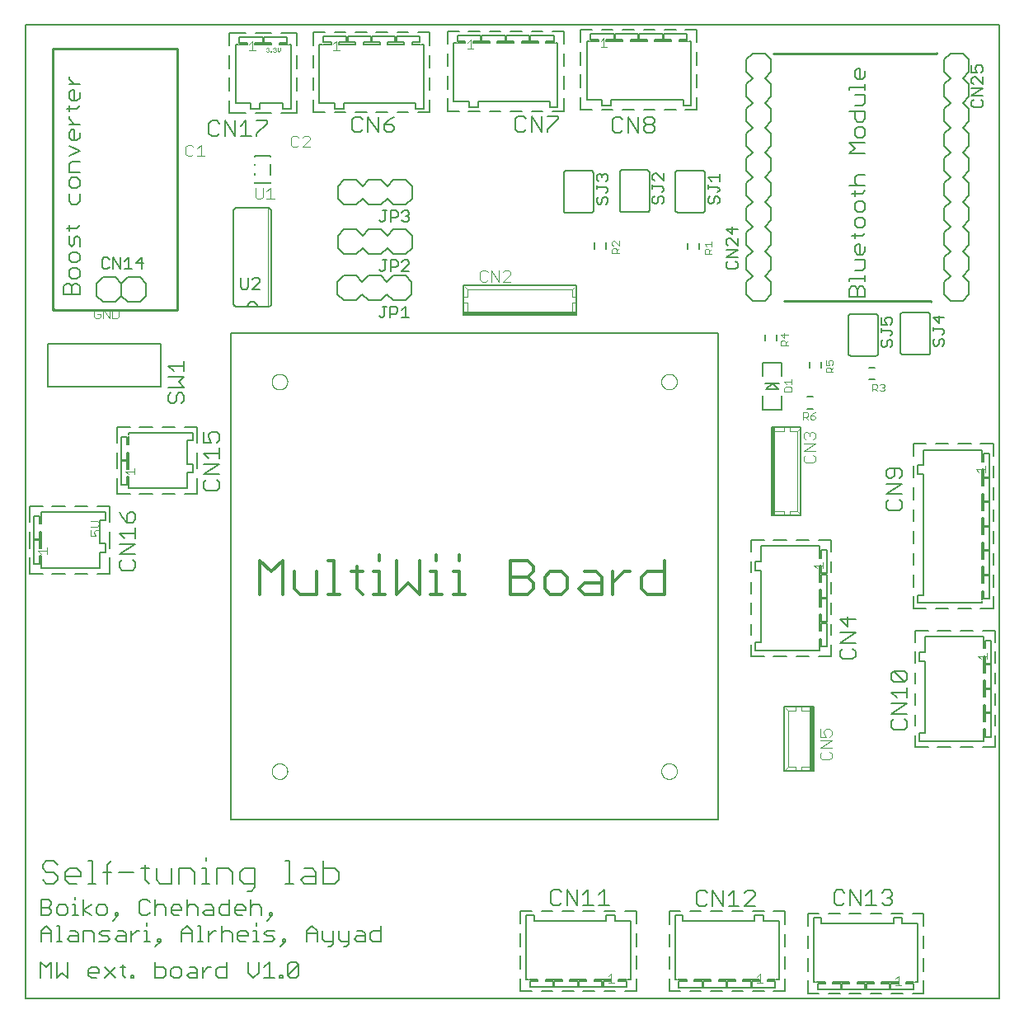
<source format=gto>
G75*
%MOIN*%
%OFA0B0*%
%FSLAX25Y25*%
%IPPOS*%
%LPD*%
%AMOC8*
5,1,8,0,0,1.08239X$1,22.5*
%
%ADD10C,0.00800*%
%ADD11C,0.00600*%
%ADD12C,0.01200*%
%ADD13C,0.00000*%
%ADD14C,0.00300*%
%ADD15C,0.00200*%
%ADD16C,0.01000*%
%ADD17C,0.00400*%
%ADD18C,0.00500*%
%ADD19C,0.00700*%
%ADD20R,0.45276X0.01476*%
%ADD21R,0.01476X0.35433*%
%ADD22R,0.01476X0.25591*%
D10*
X0075655Y0047033D02*
X0469356Y0047033D01*
X0469356Y0440734D01*
X0075655Y0440734D01*
X0075655Y0047033D01*
X0084145Y0093496D02*
X0082610Y0095031D01*
X0084145Y0093496D02*
X0087214Y0093496D01*
X0088749Y0095031D01*
X0088749Y0096565D01*
X0087214Y0098100D01*
X0084145Y0098100D01*
X0082610Y0099635D01*
X0082610Y0101169D01*
X0084145Y0102704D01*
X0087214Y0102704D01*
X0088749Y0101169D01*
X0091818Y0098100D02*
X0091818Y0095031D01*
X0093353Y0093496D01*
X0096422Y0093496D01*
X0097957Y0096565D02*
X0091818Y0096565D01*
X0091818Y0098100D02*
X0093353Y0099635D01*
X0096422Y0099635D01*
X0097957Y0098100D01*
X0097957Y0096565D01*
X0101026Y0093496D02*
X0104095Y0093496D01*
X0102561Y0093496D02*
X0102561Y0102704D01*
X0101026Y0102704D01*
X0107165Y0098100D02*
X0110234Y0098100D01*
X0113303Y0098100D02*
X0119442Y0098100D01*
X0122511Y0099635D02*
X0125580Y0099635D01*
X0124046Y0101169D02*
X0124046Y0095031D01*
X0125580Y0093496D01*
X0128650Y0095031D02*
X0128650Y0099635D01*
X0128650Y0095031D02*
X0130184Y0093496D01*
X0134788Y0093496D01*
X0134788Y0099635D01*
X0137857Y0099635D02*
X0142461Y0099635D01*
X0143996Y0098100D01*
X0143996Y0093496D01*
X0147065Y0093496D02*
X0150135Y0093496D01*
X0148600Y0093496D02*
X0148600Y0099635D01*
X0147065Y0099635D01*
X0148600Y0102704D02*
X0148600Y0104239D01*
X0153204Y0099635D02*
X0157808Y0099635D01*
X0159342Y0098100D01*
X0159342Y0093496D01*
X0162412Y0095031D02*
X0163946Y0093496D01*
X0168550Y0093496D01*
X0168550Y0091961D02*
X0168550Y0099635D01*
X0163946Y0099635D01*
X0162412Y0098100D01*
X0162412Y0095031D01*
X0165481Y0090427D02*
X0167016Y0090427D01*
X0168550Y0091961D01*
X0180827Y0093496D02*
X0183897Y0093496D01*
X0182362Y0093496D02*
X0182362Y0102704D01*
X0180827Y0102704D01*
X0188501Y0099635D02*
X0191570Y0099635D01*
X0193105Y0098100D01*
X0193105Y0093496D01*
X0188501Y0093496D01*
X0186966Y0095031D01*
X0188501Y0096565D01*
X0193105Y0096565D01*
X0196174Y0093496D02*
X0200778Y0093496D01*
X0202312Y0095031D01*
X0202312Y0098100D01*
X0200778Y0099635D01*
X0196174Y0099635D01*
X0196174Y0102704D02*
X0196174Y0093496D01*
X0158726Y0119277D02*
X0355576Y0119277D01*
X0355576Y0316128D01*
X0158726Y0316128D01*
X0158726Y0119277D01*
X0153204Y0099635D02*
X0153204Y0093496D01*
X0137857Y0093496D02*
X0137857Y0099635D01*
X0110234Y0102704D02*
X0108699Y0101169D01*
X0108699Y0093496D01*
X0130458Y0294504D02*
X0084670Y0294504D01*
X0084670Y0311630D01*
X0130458Y0311630D01*
X0130458Y0294504D01*
X0201876Y0331817D02*
X0204376Y0329317D01*
X0209376Y0329317D01*
X0211876Y0331817D01*
X0214376Y0329317D01*
X0219376Y0329317D01*
X0221876Y0331817D01*
X0224376Y0329317D01*
X0229376Y0329317D01*
X0231876Y0331817D01*
X0231876Y0336817D01*
X0229376Y0339317D01*
X0224376Y0339317D01*
X0221876Y0336817D01*
X0219376Y0339317D01*
X0214376Y0339317D01*
X0211876Y0336817D01*
X0209376Y0339317D01*
X0204376Y0339317D01*
X0201876Y0336817D01*
X0201876Y0331817D01*
X0204415Y0348096D02*
X0201915Y0350596D01*
X0201915Y0355596D01*
X0204415Y0358096D01*
X0209415Y0358096D01*
X0211915Y0355596D01*
X0214415Y0358096D01*
X0219415Y0358096D01*
X0221915Y0355596D01*
X0224415Y0358096D01*
X0229415Y0358096D01*
X0231915Y0355596D01*
X0231915Y0350596D01*
X0229415Y0348096D01*
X0224415Y0348096D01*
X0221915Y0350596D01*
X0219415Y0348096D01*
X0214415Y0348096D01*
X0211915Y0350596D01*
X0209415Y0348096D01*
X0204415Y0348096D01*
X0204415Y0368096D02*
X0201915Y0370596D01*
X0201915Y0375596D01*
X0204415Y0378096D01*
X0209415Y0378096D01*
X0211915Y0375596D01*
X0214415Y0378096D01*
X0219415Y0378096D01*
X0221915Y0375596D01*
X0224415Y0378096D01*
X0229415Y0378096D01*
X0231915Y0375596D01*
X0231915Y0370596D01*
X0229415Y0368096D01*
X0224415Y0368096D01*
X0221915Y0370596D01*
X0219415Y0368096D01*
X0214415Y0368096D01*
X0211915Y0370596D01*
X0209415Y0368096D01*
X0204415Y0368096D01*
X0252880Y0335340D02*
X0252880Y0323529D01*
X0298352Y0323529D01*
X0298352Y0335340D01*
X0252880Y0335340D01*
X0367072Y0336620D02*
X0367072Y0331620D01*
X0369572Y0329120D01*
X0374572Y0329120D01*
X0377072Y0331620D01*
X0377072Y0336620D01*
X0374572Y0339120D01*
X0377072Y0341620D01*
X0377072Y0346620D01*
X0374572Y0349120D01*
X0377072Y0351620D01*
X0377072Y0356620D01*
X0374572Y0359120D01*
X0377072Y0361620D01*
X0377072Y0366620D01*
X0374572Y0369120D01*
X0377072Y0371620D01*
X0377072Y0376620D01*
X0374572Y0379120D01*
X0377072Y0381620D01*
X0377072Y0386620D01*
X0374572Y0389120D01*
X0377072Y0391620D01*
X0377072Y0396620D01*
X0374572Y0399120D01*
X0377072Y0401620D01*
X0377072Y0406620D01*
X0374572Y0409120D01*
X0377072Y0411620D01*
X0377072Y0416620D01*
X0374572Y0419120D01*
X0377072Y0421620D01*
X0377072Y0426620D01*
X0374572Y0429120D01*
X0369572Y0429120D01*
X0367072Y0426620D01*
X0367072Y0421620D01*
X0369572Y0419120D01*
X0367072Y0416620D01*
X0367072Y0411620D01*
X0369572Y0409120D01*
X0367072Y0406620D01*
X0367072Y0401620D01*
X0369572Y0399120D01*
X0367072Y0396620D01*
X0367072Y0391620D01*
X0369572Y0389120D01*
X0367072Y0386620D01*
X0367072Y0381620D01*
X0369572Y0379120D01*
X0367072Y0376620D01*
X0367072Y0371620D01*
X0369572Y0369120D01*
X0367072Y0366620D01*
X0367072Y0361620D01*
X0369572Y0359120D01*
X0367072Y0356620D01*
X0367072Y0351620D01*
X0369572Y0349120D01*
X0367072Y0346620D01*
X0367072Y0341620D01*
X0369572Y0339120D01*
X0367072Y0336620D01*
X0373647Y0304159D02*
X0381521Y0304159D01*
X0381521Y0298647D01*
X0380340Y0295891D02*
X0377584Y0295891D01*
X0379946Y0293529D01*
X0375222Y0293529D01*
X0377584Y0295891D01*
X0374828Y0295891D01*
X0373647Y0298647D02*
X0373647Y0304159D01*
X0373647Y0290773D02*
X0373647Y0285261D01*
X0381521Y0285261D01*
X0381521Y0290773D01*
X0377348Y0277998D02*
X0389159Y0277998D01*
X0389159Y0242368D01*
X0377348Y0242368D01*
X0377348Y0277998D01*
X0447072Y0331620D02*
X0449572Y0329120D01*
X0454572Y0329120D01*
X0457072Y0331620D01*
X0457072Y0336620D01*
X0454572Y0339120D01*
X0457072Y0341620D01*
X0457072Y0346620D01*
X0454572Y0349120D01*
X0457072Y0351620D01*
X0457072Y0356620D01*
X0454572Y0359120D01*
X0457072Y0361620D01*
X0457072Y0366620D01*
X0454572Y0369120D01*
X0457072Y0371620D01*
X0457072Y0376620D01*
X0454572Y0379120D01*
X0457072Y0381620D01*
X0457072Y0386620D01*
X0454572Y0389120D01*
X0457072Y0391620D01*
X0457072Y0396620D01*
X0454572Y0399120D01*
X0457072Y0401620D01*
X0457072Y0406620D01*
X0454572Y0409120D01*
X0457072Y0411620D01*
X0457072Y0416620D01*
X0454572Y0419120D01*
X0457072Y0421620D01*
X0457072Y0426620D01*
X0454572Y0429120D01*
X0449572Y0429120D01*
X0447072Y0426620D01*
X0447072Y0421620D01*
X0449572Y0419120D01*
X0447072Y0416620D01*
X0447072Y0411620D01*
X0449572Y0409120D01*
X0447072Y0406620D01*
X0447072Y0401620D01*
X0449572Y0399120D01*
X0447072Y0396620D01*
X0447072Y0391620D01*
X0449572Y0389120D01*
X0447072Y0386620D01*
X0447072Y0381620D01*
X0449572Y0379120D01*
X0447072Y0376620D01*
X0447072Y0371620D01*
X0449572Y0369120D01*
X0447072Y0366620D01*
X0447072Y0361620D01*
X0449572Y0359120D01*
X0447072Y0356620D01*
X0447072Y0351620D01*
X0449572Y0349120D01*
X0447072Y0346620D01*
X0447072Y0341620D01*
X0449572Y0339120D01*
X0447072Y0336620D01*
X0447072Y0331620D01*
X0394277Y0164986D02*
X0382466Y0164986D01*
X0382466Y0139198D01*
X0394277Y0139198D01*
X0394277Y0164986D01*
D11*
X0394080Y0285576D02*
X0391718Y0285576D01*
X0391718Y0290301D02*
X0394080Y0290301D01*
X0392781Y0302230D02*
X0392781Y0304592D01*
X0397506Y0304592D02*
X0397506Y0302230D01*
X0408435Y0307919D02*
X0408435Y0322919D01*
X0408437Y0322979D01*
X0408442Y0323040D01*
X0408451Y0323099D01*
X0408464Y0323158D01*
X0408480Y0323217D01*
X0408500Y0323274D01*
X0408523Y0323329D01*
X0408550Y0323384D01*
X0408579Y0323436D01*
X0408612Y0323487D01*
X0408648Y0323536D01*
X0408686Y0323582D01*
X0408728Y0323626D01*
X0408772Y0323668D01*
X0408818Y0323706D01*
X0408867Y0323742D01*
X0408918Y0323775D01*
X0408970Y0323804D01*
X0409025Y0323831D01*
X0409080Y0323854D01*
X0409137Y0323874D01*
X0409196Y0323890D01*
X0409255Y0323903D01*
X0409314Y0323912D01*
X0409375Y0323917D01*
X0409435Y0323919D01*
X0419435Y0323919D01*
X0419495Y0323917D01*
X0419556Y0323912D01*
X0419615Y0323903D01*
X0419674Y0323890D01*
X0419733Y0323874D01*
X0419790Y0323854D01*
X0419845Y0323831D01*
X0419900Y0323804D01*
X0419952Y0323775D01*
X0420003Y0323742D01*
X0420052Y0323706D01*
X0420098Y0323668D01*
X0420142Y0323626D01*
X0420184Y0323582D01*
X0420222Y0323536D01*
X0420258Y0323487D01*
X0420291Y0323436D01*
X0420320Y0323384D01*
X0420347Y0323329D01*
X0420370Y0323274D01*
X0420390Y0323217D01*
X0420406Y0323158D01*
X0420419Y0323099D01*
X0420428Y0323040D01*
X0420433Y0322979D01*
X0420435Y0322919D01*
X0420435Y0307919D01*
X0420433Y0307859D01*
X0420428Y0307798D01*
X0420419Y0307739D01*
X0420406Y0307680D01*
X0420390Y0307621D01*
X0420370Y0307564D01*
X0420347Y0307509D01*
X0420320Y0307454D01*
X0420291Y0307402D01*
X0420258Y0307351D01*
X0420222Y0307302D01*
X0420184Y0307256D01*
X0420142Y0307212D01*
X0420098Y0307170D01*
X0420052Y0307132D01*
X0420003Y0307096D01*
X0419952Y0307063D01*
X0419900Y0307034D01*
X0419845Y0307007D01*
X0419790Y0306984D01*
X0419733Y0306964D01*
X0419674Y0306948D01*
X0419615Y0306935D01*
X0419556Y0306926D01*
X0419495Y0306921D01*
X0419435Y0306919D01*
X0409435Y0306919D01*
X0409375Y0306921D01*
X0409314Y0306926D01*
X0409255Y0306935D01*
X0409196Y0306948D01*
X0409137Y0306964D01*
X0409080Y0306984D01*
X0409025Y0307007D01*
X0408970Y0307034D01*
X0408918Y0307063D01*
X0408867Y0307096D01*
X0408818Y0307132D01*
X0408772Y0307170D01*
X0408728Y0307212D01*
X0408686Y0307256D01*
X0408648Y0307302D01*
X0408612Y0307351D01*
X0408579Y0307402D01*
X0408550Y0307454D01*
X0408523Y0307509D01*
X0408500Y0307564D01*
X0408480Y0307621D01*
X0408464Y0307680D01*
X0408451Y0307739D01*
X0408442Y0307798D01*
X0408437Y0307859D01*
X0408435Y0307919D01*
X0416679Y0302191D02*
X0419041Y0302191D01*
X0419041Y0297466D02*
X0416679Y0297466D01*
X0429419Y0308431D02*
X0429419Y0323431D01*
X0429421Y0323491D01*
X0429426Y0323552D01*
X0429435Y0323611D01*
X0429448Y0323670D01*
X0429464Y0323729D01*
X0429484Y0323786D01*
X0429507Y0323841D01*
X0429534Y0323896D01*
X0429563Y0323948D01*
X0429596Y0323999D01*
X0429632Y0324048D01*
X0429670Y0324094D01*
X0429712Y0324138D01*
X0429756Y0324180D01*
X0429802Y0324218D01*
X0429851Y0324254D01*
X0429902Y0324287D01*
X0429954Y0324316D01*
X0430009Y0324343D01*
X0430064Y0324366D01*
X0430121Y0324386D01*
X0430180Y0324402D01*
X0430239Y0324415D01*
X0430298Y0324424D01*
X0430359Y0324429D01*
X0430419Y0324431D01*
X0440419Y0324431D01*
X0440479Y0324429D01*
X0440540Y0324424D01*
X0440599Y0324415D01*
X0440658Y0324402D01*
X0440717Y0324386D01*
X0440774Y0324366D01*
X0440829Y0324343D01*
X0440884Y0324316D01*
X0440936Y0324287D01*
X0440987Y0324254D01*
X0441036Y0324218D01*
X0441082Y0324180D01*
X0441126Y0324138D01*
X0441168Y0324094D01*
X0441206Y0324048D01*
X0441242Y0323999D01*
X0441275Y0323948D01*
X0441304Y0323896D01*
X0441331Y0323841D01*
X0441354Y0323786D01*
X0441374Y0323729D01*
X0441390Y0323670D01*
X0441403Y0323611D01*
X0441412Y0323552D01*
X0441417Y0323491D01*
X0441419Y0323431D01*
X0441419Y0308431D01*
X0441417Y0308371D01*
X0441412Y0308310D01*
X0441403Y0308251D01*
X0441390Y0308192D01*
X0441374Y0308133D01*
X0441354Y0308076D01*
X0441331Y0308021D01*
X0441304Y0307966D01*
X0441275Y0307914D01*
X0441242Y0307863D01*
X0441206Y0307814D01*
X0441168Y0307768D01*
X0441126Y0307724D01*
X0441082Y0307682D01*
X0441036Y0307644D01*
X0440987Y0307608D01*
X0440936Y0307575D01*
X0440884Y0307546D01*
X0440829Y0307519D01*
X0440774Y0307496D01*
X0440717Y0307476D01*
X0440658Y0307460D01*
X0440599Y0307447D01*
X0440540Y0307438D01*
X0440479Y0307433D01*
X0440419Y0307431D01*
X0430419Y0307431D01*
X0430359Y0307433D01*
X0430298Y0307438D01*
X0430239Y0307447D01*
X0430180Y0307460D01*
X0430121Y0307476D01*
X0430064Y0307496D01*
X0430009Y0307519D01*
X0429954Y0307546D01*
X0429902Y0307575D01*
X0429851Y0307608D01*
X0429802Y0307644D01*
X0429756Y0307682D01*
X0429712Y0307724D01*
X0429670Y0307768D01*
X0429632Y0307814D01*
X0429596Y0307863D01*
X0429563Y0307914D01*
X0429534Y0307966D01*
X0429507Y0308021D01*
X0429484Y0308076D01*
X0429464Y0308133D01*
X0429448Y0308192D01*
X0429435Y0308251D01*
X0429426Y0308310D01*
X0429421Y0308371D01*
X0429419Y0308431D01*
X0415217Y0330699D02*
X0408812Y0330699D01*
X0408812Y0333902D01*
X0409879Y0334970D01*
X0410947Y0334970D01*
X0412015Y0333902D01*
X0412015Y0330699D01*
X0415217Y0330699D02*
X0415217Y0333902D01*
X0414150Y0334970D01*
X0413082Y0334970D01*
X0412015Y0333902D01*
X0415217Y0337145D02*
X0415217Y0339280D01*
X0415217Y0338212D02*
X0408812Y0338212D01*
X0408812Y0337145D01*
X0410947Y0341442D02*
X0414150Y0341442D01*
X0415217Y0342509D01*
X0415217Y0345712D01*
X0410947Y0345712D01*
X0412015Y0347887D02*
X0410947Y0348955D01*
X0410947Y0351090D01*
X0412015Y0352158D01*
X0413082Y0352158D01*
X0413082Y0347887D01*
X0412015Y0347887D02*
X0414150Y0347887D01*
X0415217Y0348955D01*
X0415217Y0351090D01*
X0414150Y0355400D02*
X0409879Y0355400D01*
X0410947Y0354333D02*
X0410947Y0356468D01*
X0412015Y0358630D02*
X0414150Y0358630D01*
X0415217Y0359697D01*
X0415217Y0361832D01*
X0414150Y0362900D01*
X0412015Y0362900D01*
X0410947Y0361832D01*
X0410947Y0359697D01*
X0412015Y0358630D01*
X0415217Y0356468D02*
X0414150Y0355400D01*
X0414150Y0365075D02*
X0412015Y0365075D01*
X0410947Y0366143D01*
X0410947Y0368278D01*
X0412015Y0369346D01*
X0414150Y0369346D01*
X0415217Y0368278D01*
X0415217Y0366143D01*
X0414150Y0365075D01*
X0410947Y0371521D02*
X0410947Y0373656D01*
X0409879Y0372588D02*
X0414150Y0372588D01*
X0415217Y0373656D01*
X0415217Y0375818D02*
X0408812Y0375818D01*
X0410947Y0376885D02*
X0410947Y0379020D01*
X0412015Y0380088D01*
X0415217Y0380088D01*
X0412015Y0375818D02*
X0410947Y0376885D01*
X0408812Y0388709D02*
X0410947Y0390844D01*
X0408812Y0392979D01*
X0415217Y0392979D01*
X0414150Y0395154D02*
X0412015Y0395154D01*
X0410947Y0396222D01*
X0410947Y0398357D01*
X0412015Y0399424D01*
X0414150Y0399424D01*
X0415217Y0398357D01*
X0415217Y0396222D01*
X0414150Y0395154D01*
X0414150Y0401600D02*
X0412015Y0401600D01*
X0410947Y0402667D01*
X0410947Y0405870D01*
X0408812Y0405870D02*
X0415217Y0405870D01*
X0415217Y0402667D01*
X0414150Y0401600D01*
X0414150Y0408045D02*
X0410947Y0408045D01*
X0414150Y0408045D02*
X0415217Y0409113D01*
X0415217Y0412315D01*
X0410947Y0412315D01*
X0408812Y0414491D02*
X0408812Y0415558D01*
X0415217Y0415558D01*
X0415217Y0414491D02*
X0415217Y0416626D01*
X0414150Y0418788D02*
X0412015Y0418788D01*
X0410947Y0419855D01*
X0410947Y0421990D01*
X0412015Y0423058D01*
X0413082Y0423058D01*
X0413082Y0418788D01*
X0414150Y0418788D02*
X0415217Y0419855D01*
X0415217Y0421990D01*
X0415217Y0388709D02*
X0408812Y0388709D01*
X0350474Y0380911D02*
X0350474Y0365911D01*
X0350472Y0365851D01*
X0350467Y0365790D01*
X0350458Y0365731D01*
X0350445Y0365672D01*
X0350429Y0365613D01*
X0350409Y0365556D01*
X0350386Y0365501D01*
X0350359Y0365446D01*
X0350330Y0365394D01*
X0350297Y0365343D01*
X0350261Y0365294D01*
X0350223Y0365248D01*
X0350181Y0365204D01*
X0350137Y0365162D01*
X0350091Y0365124D01*
X0350042Y0365088D01*
X0349991Y0365055D01*
X0349939Y0365026D01*
X0349884Y0364999D01*
X0349829Y0364976D01*
X0349772Y0364956D01*
X0349713Y0364940D01*
X0349654Y0364927D01*
X0349595Y0364918D01*
X0349534Y0364913D01*
X0349474Y0364911D01*
X0339474Y0364911D01*
X0339414Y0364913D01*
X0339353Y0364918D01*
X0339294Y0364927D01*
X0339235Y0364940D01*
X0339176Y0364956D01*
X0339119Y0364976D01*
X0339064Y0364999D01*
X0339009Y0365026D01*
X0338957Y0365055D01*
X0338906Y0365088D01*
X0338857Y0365124D01*
X0338811Y0365162D01*
X0338767Y0365204D01*
X0338725Y0365248D01*
X0338687Y0365294D01*
X0338651Y0365343D01*
X0338618Y0365394D01*
X0338589Y0365446D01*
X0338562Y0365501D01*
X0338539Y0365556D01*
X0338519Y0365613D01*
X0338503Y0365672D01*
X0338490Y0365731D01*
X0338481Y0365790D01*
X0338476Y0365851D01*
X0338474Y0365911D01*
X0338474Y0380911D01*
X0338476Y0380971D01*
X0338481Y0381032D01*
X0338490Y0381091D01*
X0338503Y0381150D01*
X0338519Y0381209D01*
X0338539Y0381266D01*
X0338562Y0381321D01*
X0338589Y0381376D01*
X0338618Y0381428D01*
X0338651Y0381479D01*
X0338687Y0381528D01*
X0338725Y0381574D01*
X0338767Y0381618D01*
X0338811Y0381660D01*
X0338857Y0381698D01*
X0338906Y0381734D01*
X0338957Y0381767D01*
X0339009Y0381796D01*
X0339064Y0381823D01*
X0339119Y0381846D01*
X0339176Y0381866D01*
X0339235Y0381882D01*
X0339294Y0381895D01*
X0339353Y0381904D01*
X0339414Y0381909D01*
X0339474Y0381911D01*
X0349474Y0381911D01*
X0349534Y0381909D01*
X0349595Y0381904D01*
X0349654Y0381895D01*
X0349713Y0381882D01*
X0349772Y0381866D01*
X0349829Y0381846D01*
X0349884Y0381823D01*
X0349939Y0381796D01*
X0349991Y0381767D01*
X0350042Y0381734D01*
X0350091Y0381698D01*
X0350137Y0381660D01*
X0350181Y0381618D01*
X0350223Y0381574D01*
X0350261Y0381528D01*
X0350297Y0381479D01*
X0350330Y0381428D01*
X0350359Y0381376D01*
X0350386Y0381321D01*
X0350409Y0381266D01*
X0350429Y0381209D01*
X0350445Y0381150D01*
X0350458Y0381091D01*
X0350467Y0381032D01*
X0350472Y0380971D01*
X0350474Y0380911D01*
X0327954Y0381029D02*
X0327954Y0366029D01*
X0327952Y0365969D01*
X0327947Y0365908D01*
X0327938Y0365849D01*
X0327925Y0365790D01*
X0327909Y0365731D01*
X0327889Y0365674D01*
X0327866Y0365619D01*
X0327839Y0365564D01*
X0327810Y0365512D01*
X0327777Y0365461D01*
X0327741Y0365412D01*
X0327703Y0365366D01*
X0327661Y0365322D01*
X0327617Y0365280D01*
X0327571Y0365242D01*
X0327522Y0365206D01*
X0327471Y0365173D01*
X0327419Y0365144D01*
X0327364Y0365117D01*
X0327309Y0365094D01*
X0327252Y0365074D01*
X0327193Y0365058D01*
X0327134Y0365045D01*
X0327075Y0365036D01*
X0327014Y0365031D01*
X0326954Y0365029D01*
X0316954Y0365029D01*
X0316894Y0365031D01*
X0316833Y0365036D01*
X0316774Y0365045D01*
X0316715Y0365058D01*
X0316656Y0365074D01*
X0316599Y0365094D01*
X0316544Y0365117D01*
X0316489Y0365144D01*
X0316437Y0365173D01*
X0316386Y0365206D01*
X0316337Y0365242D01*
X0316291Y0365280D01*
X0316247Y0365322D01*
X0316205Y0365366D01*
X0316167Y0365412D01*
X0316131Y0365461D01*
X0316098Y0365512D01*
X0316069Y0365564D01*
X0316042Y0365619D01*
X0316019Y0365674D01*
X0315999Y0365731D01*
X0315983Y0365790D01*
X0315970Y0365849D01*
X0315961Y0365908D01*
X0315956Y0365969D01*
X0315954Y0366029D01*
X0315954Y0381029D01*
X0315956Y0381089D01*
X0315961Y0381150D01*
X0315970Y0381209D01*
X0315983Y0381268D01*
X0315999Y0381327D01*
X0316019Y0381384D01*
X0316042Y0381439D01*
X0316069Y0381494D01*
X0316098Y0381546D01*
X0316131Y0381597D01*
X0316167Y0381646D01*
X0316205Y0381692D01*
X0316247Y0381736D01*
X0316291Y0381778D01*
X0316337Y0381816D01*
X0316386Y0381852D01*
X0316437Y0381885D01*
X0316489Y0381914D01*
X0316544Y0381941D01*
X0316599Y0381964D01*
X0316656Y0381984D01*
X0316715Y0382000D01*
X0316774Y0382013D01*
X0316833Y0382022D01*
X0316894Y0382027D01*
X0316954Y0382029D01*
X0326954Y0382029D01*
X0327014Y0382027D01*
X0327075Y0382022D01*
X0327134Y0382013D01*
X0327193Y0382000D01*
X0327252Y0381984D01*
X0327309Y0381964D01*
X0327364Y0381941D01*
X0327419Y0381914D01*
X0327471Y0381885D01*
X0327522Y0381852D01*
X0327571Y0381816D01*
X0327617Y0381778D01*
X0327661Y0381736D01*
X0327703Y0381692D01*
X0327741Y0381646D01*
X0327777Y0381597D01*
X0327810Y0381546D01*
X0327839Y0381494D01*
X0327866Y0381439D01*
X0327889Y0381384D01*
X0327909Y0381327D01*
X0327925Y0381268D01*
X0327938Y0381209D01*
X0327947Y0381150D01*
X0327952Y0381089D01*
X0327954Y0381029D01*
X0305317Y0380793D02*
X0305317Y0365793D01*
X0305315Y0365733D01*
X0305310Y0365672D01*
X0305301Y0365613D01*
X0305288Y0365554D01*
X0305272Y0365495D01*
X0305252Y0365438D01*
X0305229Y0365383D01*
X0305202Y0365328D01*
X0305173Y0365276D01*
X0305140Y0365225D01*
X0305104Y0365176D01*
X0305066Y0365130D01*
X0305024Y0365086D01*
X0304980Y0365044D01*
X0304934Y0365006D01*
X0304885Y0364970D01*
X0304834Y0364937D01*
X0304782Y0364908D01*
X0304727Y0364881D01*
X0304672Y0364858D01*
X0304615Y0364838D01*
X0304556Y0364822D01*
X0304497Y0364809D01*
X0304438Y0364800D01*
X0304377Y0364795D01*
X0304317Y0364793D01*
X0294317Y0364793D01*
X0294257Y0364795D01*
X0294196Y0364800D01*
X0294137Y0364809D01*
X0294078Y0364822D01*
X0294019Y0364838D01*
X0293962Y0364858D01*
X0293907Y0364881D01*
X0293852Y0364908D01*
X0293800Y0364937D01*
X0293749Y0364970D01*
X0293700Y0365006D01*
X0293654Y0365044D01*
X0293610Y0365086D01*
X0293568Y0365130D01*
X0293530Y0365176D01*
X0293494Y0365225D01*
X0293461Y0365276D01*
X0293432Y0365328D01*
X0293405Y0365383D01*
X0293382Y0365438D01*
X0293362Y0365495D01*
X0293346Y0365554D01*
X0293333Y0365613D01*
X0293324Y0365672D01*
X0293319Y0365733D01*
X0293317Y0365793D01*
X0293317Y0380793D01*
X0293319Y0380853D01*
X0293324Y0380914D01*
X0293333Y0380973D01*
X0293346Y0381032D01*
X0293362Y0381091D01*
X0293382Y0381148D01*
X0293405Y0381203D01*
X0293432Y0381258D01*
X0293461Y0381310D01*
X0293494Y0381361D01*
X0293530Y0381410D01*
X0293568Y0381456D01*
X0293610Y0381500D01*
X0293654Y0381542D01*
X0293700Y0381580D01*
X0293749Y0381616D01*
X0293800Y0381649D01*
X0293852Y0381678D01*
X0293907Y0381705D01*
X0293962Y0381728D01*
X0294019Y0381748D01*
X0294078Y0381764D01*
X0294137Y0381777D01*
X0294196Y0381786D01*
X0294257Y0381791D01*
X0294317Y0381793D01*
X0304317Y0381793D01*
X0304377Y0381791D01*
X0304438Y0381786D01*
X0304497Y0381777D01*
X0304556Y0381764D01*
X0304615Y0381748D01*
X0304672Y0381728D01*
X0304727Y0381705D01*
X0304782Y0381678D01*
X0304834Y0381649D01*
X0304885Y0381616D01*
X0304934Y0381580D01*
X0304980Y0381542D01*
X0305024Y0381500D01*
X0305066Y0381456D01*
X0305104Y0381410D01*
X0305140Y0381361D01*
X0305173Y0381310D01*
X0305202Y0381258D01*
X0305229Y0381203D01*
X0305252Y0381148D01*
X0305272Y0381091D01*
X0305288Y0381032D01*
X0305301Y0380973D01*
X0305310Y0380914D01*
X0305315Y0380853D01*
X0305317Y0380793D01*
X0305694Y0352604D02*
X0305694Y0350241D01*
X0310419Y0350241D02*
X0310419Y0352604D01*
X0343372Y0352564D02*
X0343372Y0350202D01*
X0348096Y0350202D02*
X0348096Y0352564D01*
X0374710Y0315498D02*
X0374710Y0313135D01*
X0379435Y0313135D02*
X0379435Y0315498D01*
X0175146Y0328336D02*
X0175146Y0365336D01*
X0175144Y0365412D01*
X0175138Y0365488D01*
X0175129Y0365563D01*
X0175115Y0365638D01*
X0175098Y0365712D01*
X0175077Y0365785D01*
X0175053Y0365857D01*
X0175024Y0365928D01*
X0174993Y0365997D01*
X0174958Y0366064D01*
X0174919Y0366129D01*
X0174877Y0366193D01*
X0174832Y0366254D01*
X0174784Y0366313D01*
X0174733Y0366369D01*
X0174679Y0366423D01*
X0174623Y0366474D01*
X0174564Y0366522D01*
X0174503Y0366567D01*
X0174439Y0366609D01*
X0174374Y0366648D01*
X0174307Y0366683D01*
X0174238Y0366714D01*
X0174167Y0366743D01*
X0174095Y0366767D01*
X0174022Y0366788D01*
X0173948Y0366805D01*
X0173873Y0366819D01*
X0173798Y0366828D01*
X0173722Y0366834D01*
X0173646Y0366836D01*
X0161246Y0366836D01*
X0161170Y0366834D01*
X0161094Y0366828D01*
X0161019Y0366819D01*
X0160944Y0366805D01*
X0160870Y0366788D01*
X0160797Y0366767D01*
X0160725Y0366743D01*
X0160654Y0366714D01*
X0160585Y0366683D01*
X0160518Y0366648D01*
X0160453Y0366609D01*
X0160389Y0366567D01*
X0160328Y0366522D01*
X0160269Y0366474D01*
X0160213Y0366423D01*
X0160159Y0366369D01*
X0160108Y0366313D01*
X0160060Y0366254D01*
X0160015Y0366193D01*
X0159973Y0366129D01*
X0159934Y0366064D01*
X0159899Y0365997D01*
X0159868Y0365928D01*
X0159839Y0365857D01*
X0159815Y0365785D01*
X0159794Y0365712D01*
X0159777Y0365638D01*
X0159763Y0365563D01*
X0159754Y0365488D01*
X0159748Y0365412D01*
X0159746Y0365336D01*
X0159746Y0328336D01*
X0159748Y0328260D01*
X0159754Y0328184D01*
X0159763Y0328109D01*
X0159777Y0328034D01*
X0159794Y0327960D01*
X0159815Y0327887D01*
X0159839Y0327815D01*
X0159868Y0327744D01*
X0159899Y0327675D01*
X0159934Y0327608D01*
X0159973Y0327543D01*
X0160015Y0327479D01*
X0160060Y0327418D01*
X0160108Y0327359D01*
X0160159Y0327303D01*
X0160213Y0327249D01*
X0160269Y0327198D01*
X0160328Y0327150D01*
X0160389Y0327105D01*
X0160453Y0327063D01*
X0160518Y0327024D01*
X0160585Y0326989D01*
X0160654Y0326958D01*
X0160725Y0326929D01*
X0160797Y0326905D01*
X0160870Y0326884D01*
X0160944Y0326867D01*
X0161019Y0326853D01*
X0161094Y0326844D01*
X0161170Y0326838D01*
X0161246Y0326836D01*
X0165446Y0326836D01*
X0169446Y0326836D01*
X0173646Y0326836D01*
X0173722Y0326838D01*
X0173798Y0326844D01*
X0173873Y0326853D01*
X0173948Y0326867D01*
X0174022Y0326884D01*
X0174095Y0326905D01*
X0174167Y0326929D01*
X0174238Y0326958D01*
X0174307Y0326989D01*
X0174374Y0327024D01*
X0174439Y0327063D01*
X0174503Y0327105D01*
X0174564Y0327150D01*
X0174623Y0327198D01*
X0174679Y0327249D01*
X0174733Y0327303D01*
X0174784Y0327359D01*
X0174832Y0327418D01*
X0174877Y0327479D01*
X0174919Y0327543D01*
X0174958Y0327608D01*
X0174993Y0327675D01*
X0175024Y0327744D01*
X0175053Y0327815D01*
X0175077Y0327887D01*
X0175098Y0327960D01*
X0175115Y0328034D01*
X0175129Y0328109D01*
X0175138Y0328184D01*
X0175144Y0328260D01*
X0175146Y0328336D01*
X0169446Y0326836D02*
X0169444Y0326924D01*
X0169438Y0327013D01*
X0169428Y0327101D01*
X0169415Y0327188D01*
X0169397Y0327275D01*
X0169376Y0327361D01*
X0169351Y0327446D01*
X0169322Y0327529D01*
X0169289Y0327612D01*
X0169253Y0327692D01*
X0169214Y0327771D01*
X0169171Y0327849D01*
X0169124Y0327924D01*
X0169074Y0327997D01*
X0169021Y0328068D01*
X0168965Y0328137D01*
X0168906Y0328203D01*
X0168844Y0328266D01*
X0168780Y0328326D01*
X0168713Y0328384D01*
X0168643Y0328438D01*
X0168571Y0328490D01*
X0168497Y0328538D01*
X0168420Y0328583D01*
X0168342Y0328624D01*
X0168262Y0328662D01*
X0168181Y0328696D01*
X0168098Y0328727D01*
X0168013Y0328754D01*
X0167928Y0328777D01*
X0167842Y0328796D01*
X0167754Y0328812D01*
X0167667Y0328824D01*
X0167579Y0328832D01*
X0167490Y0328836D01*
X0167402Y0328836D01*
X0167313Y0328832D01*
X0167225Y0328824D01*
X0167138Y0328812D01*
X0167050Y0328796D01*
X0166964Y0328777D01*
X0166879Y0328754D01*
X0166794Y0328727D01*
X0166711Y0328696D01*
X0166630Y0328662D01*
X0166550Y0328624D01*
X0166472Y0328583D01*
X0166395Y0328538D01*
X0166321Y0328490D01*
X0166249Y0328438D01*
X0166179Y0328384D01*
X0166112Y0328326D01*
X0166048Y0328266D01*
X0165986Y0328203D01*
X0165927Y0328137D01*
X0165871Y0328068D01*
X0165818Y0327997D01*
X0165768Y0327924D01*
X0165721Y0327849D01*
X0165678Y0327771D01*
X0165639Y0327692D01*
X0165603Y0327612D01*
X0165570Y0327529D01*
X0165541Y0327446D01*
X0165516Y0327361D01*
X0165495Y0327275D01*
X0165477Y0327188D01*
X0165464Y0327101D01*
X0165454Y0327013D01*
X0165448Y0326924D01*
X0165446Y0326836D01*
X0124494Y0331128D02*
X0121994Y0328628D01*
X0116994Y0328628D01*
X0114494Y0331128D01*
X0111994Y0328628D01*
X0106994Y0328628D01*
X0104494Y0331128D01*
X0104494Y0336128D01*
X0106994Y0338628D01*
X0111994Y0338628D01*
X0114494Y0336128D01*
X0116994Y0338628D01*
X0121994Y0338628D01*
X0124494Y0336128D01*
X0124494Y0331128D01*
X0114494Y0331128D02*
X0114494Y0336128D01*
X0097599Y0334945D02*
X0097599Y0331743D01*
X0091194Y0331743D01*
X0091194Y0334945D01*
X0092261Y0336013D01*
X0093329Y0336013D01*
X0094396Y0334945D01*
X0094396Y0331743D01*
X0094396Y0334945D02*
X0095464Y0336013D01*
X0096532Y0336013D01*
X0097599Y0334945D01*
X0096532Y0338188D02*
X0094396Y0338188D01*
X0093329Y0339256D01*
X0093329Y0341391D01*
X0094396Y0342458D01*
X0096532Y0342458D01*
X0097599Y0341391D01*
X0097599Y0339256D01*
X0096532Y0338188D01*
X0096532Y0344634D02*
X0094396Y0344634D01*
X0093329Y0345701D01*
X0093329Y0347836D01*
X0094396Y0348904D01*
X0096532Y0348904D01*
X0097599Y0347836D01*
X0097599Y0345701D01*
X0096532Y0344634D01*
X0097599Y0351079D02*
X0097599Y0354282D01*
X0096532Y0355349D01*
X0095464Y0354282D01*
X0095464Y0352147D01*
X0094396Y0351079D01*
X0093329Y0352147D01*
X0093329Y0355349D01*
X0093329Y0357525D02*
X0093329Y0359660D01*
X0092261Y0358592D02*
X0096532Y0358592D01*
X0097599Y0359660D01*
X0096532Y0368267D02*
X0094396Y0368267D01*
X0093329Y0369335D01*
X0093329Y0372537D01*
X0094396Y0374712D02*
X0096532Y0374712D01*
X0097599Y0375780D01*
X0097599Y0377915D01*
X0096532Y0378983D01*
X0094396Y0378983D01*
X0093329Y0377915D01*
X0093329Y0375780D01*
X0094396Y0374712D01*
X0097599Y0372537D02*
X0097599Y0369335D01*
X0096532Y0368267D01*
X0097599Y0381158D02*
X0093329Y0381158D01*
X0093329Y0384361D01*
X0094396Y0385428D01*
X0097599Y0385428D01*
X0097599Y0389739D02*
X0093329Y0391874D01*
X0094396Y0394049D02*
X0093329Y0395117D01*
X0093329Y0397252D01*
X0094396Y0398319D01*
X0095464Y0398319D01*
X0095464Y0394049D01*
X0096532Y0394049D02*
X0094396Y0394049D01*
X0096532Y0394049D02*
X0097599Y0395117D01*
X0097599Y0397252D01*
X0097599Y0400494D02*
X0093329Y0400494D01*
X0095464Y0400494D02*
X0093329Y0402630D01*
X0093329Y0403697D01*
X0093329Y0405866D02*
X0093329Y0408001D01*
X0092261Y0406933D02*
X0096532Y0406933D01*
X0097599Y0408001D01*
X0096532Y0410163D02*
X0094396Y0410163D01*
X0093329Y0411230D01*
X0093329Y0413365D01*
X0094396Y0414433D01*
X0095464Y0414433D01*
X0095464Y0410163D01*
X0096532Y0410163D02*
X0097599Y0411230D01*
X0097599Y0413365D01*
X0097599Y0416608D02*
X0093329Y0416608D01*
X0095464Y0416608D02*
X0093329Y0418743D01*
X0093329Y0419811D01*
X0097599Y0389739D02*
X0093329Y0387603D01*
X0168470Y0387517D02*
X0168470Y0387887D01*
X0174848Y0387887D01*
X0174848Y0387517D01*
X0174848Y0384344D02*
X0174848Y0380234D01*
X0174848Y0377061D02*
X0174848Y0376691D01*
X0168470Y0376691D01*
X0168470Y0377061D01*
X0168470Y0380234D02*
X0168470Y0380604D01*
X0168470Y0383974D02*
X0168470Y0384344D01*
X0095878Y0088141D02*
X0095878Y0087073D01*
X0095878Y0084938D02*
X0095878Y0080668D01*
X0094811Y0080668D02*
X0096946Y0080668D01*
X0099108Y0080668D02*
X0099108Y0087073D01*
X0102310Y0084938D02*
X0099108Y0082803D01*
X0102310Y0080668D01*
X0104479Y0081735D02*
X0105546Y0080668D01*
X0107682Y0080668D01*
X0108749Y0081735D01*
X0108749Y0083870D01*
X0107682Y0084938D01*
X0105546Y0084938D01*
X0104479Y0083870D01*
X0104479Y0081735D01*
X0110924Y0078533D02*
X0113060Y0080668D01*
X0111992Y0080668D01*
X0111992Y0081735D01*
X0113060Y0081735D01*
X0113060Y0080668D01*
X0113066Y0074438D02*
X0115201Y0074438D01*
X0116269Y0073370D01*
X0116269Y0070168D01*
X0113066Y0070168D01*
X0111999Y0071235D01*
X0113066Y0072303D01*
X0116269Y0072303D01*
X0118444Y0072303D02*
X0120579Y0074438D01*
X0121647Y0074438D01*
X0123815Y0074438D02*
X0124883Y0074438D01*
X0124883Y0070168D01*
X0123815Y0070168D02*
X0125951Y0070168D01*
X0128112Y0068033D02*
X0130248Y0070168D01*
X0129180Y0070168D01*
X0129180Y0071235D01*
X0130248Y0071235D01*
X0130248Y0070168D01*
X0124883Y0076573D02*
X0124883Y0077641D01*
X0124870Y0080668D02*
X0125937Y0081735D01*
X0124870Y0080668D02*
X0122734Y0080668D01*
X0121667Y0081735D01*
X0121667Y0086006D01*
X0122734Y0087073D01*
X0124870Y0087073D01*
X0125937Y0086006D01*
X0128112Y0087073D02*
X0128112Y0080668D01*
X0128112Y0083870D02*
X0129180Y0084938D01*
X0131315Y0084938D01*
X0132383Y0083870D01*
X0132383Y0080668D01*
X0134558Y0081735D02*
X0134558Y0083870D01*
X0135625Y0084938D01*
X0137761Y0084938D01*
X0138828Y0083870D01*
X0138828Y0082803D01*
X0134558Y0082803D01*
X0134558Y0081735D02*
X0135625Y0080668D01*
X0137761Y0080668D01*
X0141003Y0080668D02*
X0141003Y0087073D01*
X0142071Y0084938D02*
X0144206Y0084938D01*
X0145274Y0083870D01*
X0145274Y0080668D01*
X0147449Y0081735D02*
X0148516Y0082803D01*
X0151719Y0082803D01*
X0151719Y0083870D02*
X0151719Y0080668D01*
X0148516Y0080668D01*
X0147449Y0081735D01*
X0148516Y0084938D02*
X0150652Y0084938D01*
X0151719Y0083870D01*
X0153894Y0083870D02*
X0154962Y0084938D01*
X0158165Y0084938D01*
X0158165Y0087073D02*
X0158165Y0080668D01*
X0154962Y0080668D01*
X0153894Y0081735D01*
X0153894Y0083870D01*
X0160340Y0083870D02*
X0160340Y0081735D01*
X0161407Y0080668D01*
X0163543Y0080668D01*
X0164610Y0082803D02*
X0160340Y0082803D01*
X0160340Y0083870D02*
X0161407Y0084938D01*
X0163543Y0084938D01*
X0164610Y0083870D01*
X0164610Y0082803D01*
X0166785Y0083870D02*
X0167853Y0084938D01*
X0169988Y0084938D01*
X0171056Y0083870D01*
X0171056Y0080668D01*
X0173231Y0078533D02*
X0175366Y0080668D01*
X0174298Y0080668D01*
X0174298Y0081735D01*
X0175366Y0081735D01*
X0175366Y0080668D01*
X0176427Y0074438D02*
X0173224Y0074438D01*
X0172157Y0073370D01*
X0173224Y0072303D01*
X0175359Y0072303D01*
X0176427Y0071235D01*
X0175359Y0070168D01*
X0172157Y0070168D01*
X0169995Y0070168D02*
X0167860Y0070168D01*
X0168927Y0070168D02*
X0168927Y0074438D01*
X0167860Y0074438D01*
X0168927Y0076573D02*
X0168927Y0077641D01*
X0166785Y0080668D02*
X0166785Y0087073D01*
X0164617Y0074438D02*
X0162482Y0074438D01*
X0161414Y0073370D01*
X0161414Y0071235D01*
X0162482Y0070168D01*
X0164617Y0070168D01*
X0165684Y0072303D02*
X0161414Y0072303D01*
X0159239Y0073370D02*
X0159239Y0070168D01*
X0159239Y0073370D02*
X0158171Y0074438D01*
X0156036Y0074438D01*
X0154969Y0073370D01*
X0152800Y0074438D02*
X0151733Y0074438D01*
X0149597Y0072303D01*
X0149597Y0070168D02*
X0149597Y0074438D01*
X0146368Y0076573D02*
X0146368Y0070168D01*
X0145300Y0070168D02*
X0147436Y0070168D01*
X0143125Y0070168D02*
X0143125Y0074438D01*
X0140990Y0076573D01*
X0138855Y0074438D01*
X0138855Y0070168D01*
X0138855Y0073370D02*
X0143125Y0073370D01*
X0145300Y0076573D02*
X0146368Y0076573D01*
X0154969Y0076573D02*
X0154969Y0070168D01*
X0157031Y0061829D02*
X0157031Y0055424D01*
X0153829Y0055424D01*
X0152761Y0056491D01*
X0152761Y0058626D01*
X0153829Y0059694D01*
X0157031Y0059694D01*
X0150593Y0059694D02*
X0149525Y0059694D01*
X0147390Y0057559D01*
X0147390Y0055424D02*
X0147390Y0059694D01*
X0145215Y0058626D02*
X0145215Y0055424D01*
X0142012Y0055424D01*
X0140944Y0056491D01*
X0142012Y0057559D01*
X0145215Y0057559D01*
X0145215Y0058626D02*
X0144147Y0059694D01*
X0142012Y0059694D01*
X0138769Y0058626D02*
X0137702Y0059694D01*
X0135566Y0059694D01*
X0134499Y0058626D01*
X0134499Y0056491D01*
X0135566Y0055424D01*
X0137702Y0055424D01*
X0138769Y0056491D01*
X0138769Y0058626D01*
X0132324Y0058626D02*
X0132324Y0056491D01*
X0131256Y0055424D01*
X0128053Y0055424D01*
X0128053Y0061829D01*
X0128053Y0059694D02*
X0131256Y0059694D01*
X0132324Y0058626D01*
X0119453Y0056491D02*
X0119453Y0055424D01*
X0118385Y0055424D01*
X0118385Y0056491D01*
X0119453Y0056491D01*
X0116223Y0055424D02*
X0115156Y0056491D01*
X0115156Y0060762D01*
X0116223Y0059694D02*
X0114088Y0059694D01*
X0111913Y0059694D02*
X0107643Y0055424D01*
X0105467Y0057559D02*
X0105467Y0058626D01*
X0104400Y0059694D01*
X0102265Y0059694D01*
X0101197Y0058626D01*
X0101197Y0056491D01*
X0102265Y0055424D01*
X0104400Y0055424D01*
X0105467Y0057559D02*
X0101197Y0057559D01*
X0107643Y0059694D02*
X0111913Y0055424D01*
X0108756Y0070168D02*
X0105553Y0070168D01*
X0103378Y0070168D02*
X0103378Y0073370D01*
X0102310Y0074438D01*
X0099108Y0074438D01*
X0099108Y0070168D01*
X0096932Y0070168D02*
X0093730Y0070168D01*
X0092662Y0071235D01*
X0093730Y0072303D01*
X0096932Y0072303D01*
X0096932Y0073370D02*
X0096932Y0070168D01*
X0096932Y0073370D02*
X0095865Y0074438D01*
X0093730Y0074438D01*
X0089433Y0076573D02*
X0089433Y0070168D01*
X0090500Y0070168D02*
X0088365Y0070168D01*
X0086190Y0070168D02*
X0086190Y0074438D01*
X0084055Y0076573D01*
X0081920Y0074438D01*
X0081920Y0070168D01*
X0081920Y0073370D02*
X0086190Y0073370D01*
X0088365Y0076573D02*
X0089433Y0076573D01*
X0089433Y0080668D02*
X0088365Y0081735D01*
X0088365Y0083870D01*
X0089433Y0084938D01*
X0091568Y0084938D01*
X0092635Y0083870D01*
X0092635Y0081735D01*
X0091568Y0080668D01*
X0089433Y0080668D01*
X0086190Y0081735D02*
X0085122Y0080668D01*
X0081920Y0080668D01*
X0081920Y0087073D01*
X0085122Y0087073D01*
X0086190Y0086006D01*
X0086190Y0084938D01*
X0085122Y0083870D01*
X0081920Y0083870D01*
X0085122Y0083870D02*
X0086190Y0082803D01*
X0086190Y0081735D01*
X0094811Y0084938D02*
X0095878Y0084938D01*
X0106621Y0074438D02*
X0105553Y0073370D01*
X0106621Y0072303D01*
X0108756Y0072303D01*
X0109823Y0071235D01*
X0108756Y0070168D01*
X0109823Y0074438D02*
X0106621Y0074438D01*
X0118444Y0074438D02*
X0118444Y0070168D01*
X0141003Y0083870D02*
X0142071Y0084938D01*
X0164617Y0074438D02*
X0165684Y0073370D01*
X0165684Y0072303D01*
X0165652Y0061829D02*
X0165652Y0057559D01*
X0167787Y0055424D01*
X0169922Y0057559D01*
X0169922Y0061829D01*
X0172098Y0059694D02*
X0174233Y0061829D01*
X0174233Y0055424D01*
X0172098Y0055424D02*
X0176368Y0055424D01*
X0178543Y0055424D02*
X0179611Y0055424D01*
X0179611Y0056491D01*
X0178543Y0056491D01*
X0178543Y0055424D01*
X0181766Y0056491D02*
X0181766Y0060762D01*
X0182833Y0061829D01*
X0184969Y0061829D01*
X0186036Y0060762D01*
X0181766Y0056491D01*
X0182833Y0055424D01*
X0184969Y0055424D01*
X0186036Y0056491D01*
X0186036Y0060762D01*
X0189345Y0070168D02*
X0189345Y0074438D01*
X0191480Y0076573D01*
X0193615Y0074438D01*
X0193615Y0070168D01*
X0195790Y0071235D02*
X0196858Y0070168D01*
X0200060Y0070168D01*
X0200060Y0069100D02*
X0198993Y0068033D01*
X0197925Y0068033D01*
X0200060Y0069100D02*
X0200060Y0074438D01*
X0202236Y0074438D02*
X0202236Y0071235D01*
X0203303Y0070168D01*
X0206506Y0070168D01*
X0206506Y0069100D02*
X0205438Y0068033D01*
X0204371Y0068033D01*
X0206506Y0069100D02*
X0206506Y0074438D01*
X0209749Y0074438D02*
X0211884Y0074438D01*
X0212951Y0073370D01*
X0212951Y0070168D01*
X0209749Y0070168D01*
X0208681Y0071235D01*
X0209749Y0072303D01*
X0212951Y0072303D01*
X0215127Y0071235D02*
X0215127Y0073370D01*
X0216194Y0074438D01*
X0219397Y0074438D01*
X0219397Y0076573D02*
X0219397Y0070168D01*
X0216194Y0070168D01*
X0215127Y0071235D01*
X0195790Y0071235D02*
X0195790Y0074438D01*
X0193615Y0073370D02*
X0189345Y0073370D01*
X0180737Y0071235D02*
X0179670Y0071235D01*
X0179670Y0070168D01*
X0180737Y0070168D01*
X0180737Y0071235D01*
X0180737Y0070168D02*
X0178602Y0068033D01*
X0092576Y0061829D02*
X0092576Y0055424D01*
X0090441Y0057559D01*
X0088306Y0055424D01*
X0088306Y0061829D01*
X0086131Y0061829D02*
X0086131Y0055424D01*
X0081861Y0055424D02*
X0081861Y0061829D01*
X0083996Y0059694D01*
X0086131Y0061829D01*
D12*
X0170487Y0210409D02*
X0170487Y0224220D01*
X0175091Y0219617D01*
X0179695Y0224220D01*
X0179695Y0210409D01*
X0184299Y0212711D02*
X0186601Y0210409D01*
X0193507Y0210409D01*
X0193507Y0219617D01*
X0198111Y0224220D02*
X0200413Y0224220D01*
X0200413Y0210409D01*
X0198111Y0210409D02*
X0202715Y0210409D01*
X0209621Y0212711D02*
X0211923Y0210409D01*
X0209621Y0212711D02*
X0209621Y0221918D01*
X0207319Y0219617D02*
X0211923Y0219617D01*
X0216527Y0219617D02*
X0218829Y0219617D01*
X0218829Y0210409D01*
X0216527Y0210409D02*
X0221131Y0210409D01*
X0225735Y0210409D02*
X0230339Y0215013D01*
X0234942Y0210409D01*
X0234942Y0224220D01*
X0239546Y0219617D02*
X0241848Y0219617D01*
X0241848Y0210409D01*
X0239546Y0210409D02*
X0244150Y0210409D01*
X0248754Y0210409D02*
X0253358Y0210409D01*
X0251056Y0210409D02*
X0251056Y0219617D01*
X0248754Y0219617D01*
X0251056Y0224220D02*
X0251056Y0226522D01*
X0241848Y0226522D02*
X0241848Y0224220D01*
X0225735Y0224220D02*
X0225735Y0210409D01*
X0218829Y0224220D02*
X0218829Y0226522D01*
X0184299Y0219617D02*
X0184299Y0212711D01*
X0271774Y0210409D02*
X0278680Y0210409D01*
X0280982Y0212711D01*
X0280982Y0215013D01*
X0278680Y0217315D01*
X0271774Y0217315D01*
X0271774Y0224220D02*
X0271774Y0210409D01*
X0278680Y0217315D02*
X0280982Y0219617D01*
X0280982Y0221918D01*
X0278680Y0224220D01*
X0271774Y0224220D01*
X0285586Y0217315D02*
X0285586Y0212711D01*
X0287888Y0210409D01*
X0292492Y0210409D01*
X0294794Y0212711D01*
X0294794Y0217315D01*
X0292492Y0219617D01*
X0287888Y0219617D01*
X0285586Y0217315D01*
X0299398Y0212711D02*
X0301699Y0215013D01*
X0308605Y0215013D01*
X0308605Y0217315D02*
X0308605Y0210409D01*
X0301699Y0210409D01*
X0299398Y0212711D01*
X0301699Y0219617D02*
X0306303Y0219617D01*
X0308605Y0217315D01*
X0313209Y0219617D02*
X0313209Y0210409D01*
X0313209Y0215013D02*
X0317813Y0219617D01*
X0320115Y0219617D01*
X0324719Y0217315D02*
X0327021Y0219617D01*
X0333927Y0219617D01*
X0333927Y0224220D02*
X0333927Y0210409D01*
X0327021Y0210409D01*
X0324719Y0212711D01*
X0324719Y0217315D01*
D13*
X0332741Y0138962D02*
X0332743Y0139074D01*
X0332749Y0139185D01*
X0332759Y0139297D01*
X0332773Y0139408D01*
X0332790Y0139518D01*
X0332812Y0139628D01*
X0332838Y0139737D01*
X0332867Y0139845D01*
X0332900Y0139951D01*
X0332937Y0140057D01*
X0332978Y0140161D01*
X0333023Y0140264D01*
X0333071Y0140365D01*
X0333122Y0140464D01*
X0333177Y0140561D01*
X0333236Y0140656D01*
X0333297Y0140750D01*
X0333362Y0140841D01*
X0333431Y0140929D01*
X0333502Y0141015D01*
X0333576Y0141099D01*
X0333654Y0141179D01*
X0333734Y0141257D01*
X0333817Y0141333D01*
X0333902Y0141405D01*
X0333990Y0141474D01*
X0334080Y0141540D01*
X0334173Y0141602D01*
X0334268Y0141662D01*
X0334365Y0141718D01*
X0334463Y0141770D01*
X0334564Y0141819D01*
X0334666Y0141864D01*
X0334770Y0141906D01*
X0334875Y0141944D01*
X0334982Y0141978D01*
X0335089Y0142008D01*
X0335198Y0142035D01*
X0335307Y0142057D01*
X0335418Y0142076D01*
X0335528Y0142091D01*
X0335640Y0142102D01*
X0335751Y0142109D01*
X0335863Y0142112D01*
X0335975Y0142111D01*
X0336087Y0142106D01*
X0336198Y0142097D01*
X0336309Y0142084D01*
X0336420Y0142067D01*
X0336530Y0142047D01*
X0336639Y0142022D01*
X0336747Y0141994D01*
X0336854Y0141961D01*
X0336960Y0141925D01*
X0337064Y0141885D01*
X0337167Y0141842D01*
X0337269Y0141795D01*
X0337368Y0141744D01*
X0337466Y0141690D01*
X0337562Y0141632D01*
X0337656Y0141571D01*
X0337747Y0141507D01*
X0337836Y0141440D01*
X0337923Y0141369D01*
X0338007Y0141295D01*
X0338089Y0141219D01*
X0338167Y0141139D01*
X0338243Y0141057D01*
X0338316Y0140972D01*
X0338386Y0140885D01*
X0338452Y0140795D01*
X0338516Y0140703D01*
X0338576Y0140609D01*
X0338633Y0140513D01*
X0338686Y0140414D01*
X0338736Y0140314D01*
X0338782Y0140213D01*
X0338825Y0140109D01*
X0338864Y0140004D01*
X0338899Y0139898D01*
X0338930Y0139791D01*
X0338958Y0139682D01*
X0338981Y0139573D01*
X0339001Y0139463D01*
X0339017Y0139352D01*
X0339029Y0139241D01*
X0339037Y0139130D01*
X0339041Y0139018D01*
X0339041Y0138906D01*
X0339037Y0138794D01*
X0339029Y0138683D01*
X0339017Y0138572D01*
X0339001Y0138461D01*
X0338981Y0138351D01*
X0338958Y0138242D01*
X0338930Y0138133D01*
X0338899Y0138026D01*
X0338864Y0137920D01*
X0338825Y0137815D01*
X0338782Y0137711D01*
X0338736Y0137610D01*
X0338686Y0137510D01*
X0338633Y0137411D01*
X0338576Y0137315D01*
X0338516Y0137221D01*
X0338452Y0137129D01*
X0338386Y0137039D01*
X0338316Y0136952D01*
X0338243Y0136867D01*
X0338167Y0136785D01*
X0338089Y0136705D01*
X0338007Y0136629D01*
X0337923Y0136555D01*
X0337836Y0136484D01*
X0337747Y0136417D01*
X0337656Y0136353D01*
X0337562Y0136292D01*
X0337466Y0136234D01*
X0337368Y0136180D01*
X0337269Y0136129D01*
X0337167Y0136082D01*
X0337064Y0136039D01*
X0336960Y0135999D01*
X0336854Y0135963D01*
X0336747Y0135930D01*
X0336639Y0135902D01*
X0336530Y0135877D01*
X0336420Y0135857D01*
X0336309Y0135840D01*
X0336198Y0135827D01*
X0336087Y0135818D01*
X0335975Y0135813D01*
X0335863Y0135812D01*
X0335751Y0135815D01*
X0335640Y0135822D01*
X0335528Y0135833D01*
X0335418Y0135848D01*
X0335307Y0135867D01*
X0335198Y0135889D01*
X0335089Y0135916D01*
X0334982Y0135946D01*
X0334875Y0135980D01*
X0334770Y0136018D01*
X0334666Y0136060D01*
X0334564Y0136105D01*
X0334463Y0136154D01*
X0334365Y0136206D01*
X0334268Y0136262D01*
X0334173Y0136322D01*
X0334080Y0136384D01*
X0333990Y0136450D01*
X0333902Y0136519D01*
X0333817Y0136591D01*
X0333734Y0136667D01*
X0333654Y0136745D01*
X0333576Y0136825D01*
X0333502Y0136909D01*
X0333431Y0136995D01*
X0333362Y0137083D01*
X0333297Y0137174D01*
X0333236Y0137268D01*
X0333177Y0137363D01*
X0333122Y0137460D01*
X0333071Y0137559D01*
X0333023Y0137660D01*
X0332978Y0137763D01*
X0332937Y0137867D01*
X0332900Y0137973D01*
X0332867Y0138079D01*
X0332838Y0138187D01*
X0332812Y0138296D01*
X0332790Y0138406D01*
X0332773Y0138516D01*
X0332759Y0138627D01*
X0332749Y0138739D01*
X0332743Y0138850D01*
X0332741Y0138962D01*
X0175261Y0138962D02*
X0175263Y0139074D01*
X0175269Y0139185D01*
X0175279Y0139297D01*
X0175293Y0139408D01*
X0175310Y0139518D01*
X0175332Y0139628D01*
X0175358Y0139737D01*
X0175387Y0139845D01*
X0175420Y0139951D01*
X0175457Y0140057D01*
X0175498Y0140161D01*
X0175543Y0140264D01*
X0175591Y0140365D01*
X0175642Y0140464D01*
X0175697Y0140561D01*
X0175756Y0140656D01*
X0175817Y0140750D01*
X0175882Y0140841D01*
X0175951Y0140929D01*
X0176022Y0141015D01*
X0176096Y0141099D01*
X0176174Y0141179D01*
X0176254Y0141257D01*
X0176337Y0141333D01*
X0176422Y0141405D01*
X0176510Y0141474D01*
X0176600Y0141540D01*
X0176693Y0141602D01*
X0176788Y0141662D01*
X0176885Y0141718D01*
X0176983Y0141770D01*
X0177084Y0141819D01*
X0177186Y0141864D01*
X0177290Y0141906D01*
X0177395Y0141944D01*
X0177502Y0141978D01*
X0177609Y0142008D01*
X0177718Y0142035D01*
X0177827Y0142057D01*
X0177938Y0142076D01*
X0178048Y0142091D01*
X0178160Y0142102D01*
X0178271Y0142109D01*
X0178383Y0142112D01*
X0178495Y0142111D01*
X0178607Y0142106D01*
X0178718Y0142097D01*
X0178829Y0142084D01*
X0178940Y0142067D01*
X0179050Y0142047D01*
X0179159Y0142022D01*
X0179267Y0141994D01*
X0179374Y0141961D01*
X0179480Y0141925D01*
X0179584Y0141885D01*
X0179687Y0141842D01*
X0179789Y0141795D01*
X0179888Y0141744D01*
X0179986Y0141690D01*
X0180082Y0141632D01*
X0180176Y0141571D01*
X0180267Y0141507D01*
X0180356Y0141440D01*
X0180443Y0141369D01*
X0180527Y0141295D01*
X0180609Y0141219D01*
X0180687Y0141139D01*
X0180763Y0141057D01*
X0180836Y0140972D01*
X0180906Y0140885D01*
X0180972Y0140795D01*
X0181036Y0140703D01*
X0181096Y0140609D01*
X0181153Y0140513D01*
X0181206Y0140414D01*
X0181256Y0140314D01*
X0181302Y0140213D01*
X0181345Y0140109D01*
X0181384Y0140004D01*
X0181419Y0139898D01*
X0181450Y0139791D01*
X0181478Y0139682D01*
X0181501Y0139573D01*
X0181521Y0139463D01*
X0181537Y0139352D01*
X0181549Y0139241D01*
X0181557Y0139130D01*
X0181561Y0139018D01*
X0181561Y0138906D01*
X0181557Y0138794D01*
X0181549Y0138683D01*
X0181537Y0138572D01*
X0181521Y0138461D01*
X0181501Y0138351D01*
X0181478Y0138242D01*
X0181450Y0138133D01*
X0181419Y0138026D01*
X0181384Y0137920D01*
X0181345Y0137815D01*
X0181302Y0137711D01*
X0181256Y0137610D01*
X0181206Y0137510D01*
X0181153Y0137411D01*
X0181096Y0137315D01*
X0181036Y0137221D01*
X0180972Y0137129D01*
X0180906Y0137039D01*
X0180836Y0136952D01*
X0180763Y0136867D01*
X0180687Y0136785D01*
X0180609Y0136705D01*
X0180527Y0136629D01*
X0180443Y0136555D01*
X0180356Y0136484D01*
X0180267Y0136417D01*
X0180176Y0136353D01*
X0180082Y0136292D01*
X0179986Y0136234D01*
X0179888Y0136180D01*
X0179789Y0136129D01*
X0179687Y0136082D01*
X0179584Y0136039D01*
X0179480Y0135999D01*
X0179374Y0135963D01*
X0179267Y0135930D01*
X0179159Y0135902D01*
X0179050Y0135877D01*
X0178940Y0135857D01*
X0178829Y0135840D01*
X0178718Y0135827D01*
X0178607Y0135818D01*
X0178495Y0135813D01*
X0178383Y0135812D01*
X0178271Y0135815D01*
X0178160Y0135822D01*
X0178048Y0135833D01*
X0177938Y0135848D01*
X0177827Y0135867D01*
X0177718Y0135889D01*
X0177609Y0135916D01*
X0177502Y0135946D01*
X0177395Y0135980D01*
X0177290Y0136018D01*
X0177186Y0136060D01*
X0177084Y0136105D01*
X0176983Y0136154D01*
X0176885Y0136206D01*
X0176788Y0136262D01*
X0176693Y0136322D01*
X0176600Y0136384D01*
X0176510Y0136450D01*
X0176422Y0136519D01*
X0176337Y0136591D01*
X0176254Y0136667D01*
X0176174Y0136745D01*
X0176096Y0136825D01*
X0176022Y0136909D01*
X0175951Y0136995D01*
X0175882Y0137083D01*
X0175817Y0137174D01*
X0175756Y0137268D01*
X0175697Y0137363D01*
X0175642Y0137460D01*
X0175591Y0137559D01*
X0175543Y0137660D01*
X0175498Y0137763D01*
X0175457Y0137867D01*
X0175420Y0137973D01*
X0175387Y0138079D01*
X0175358Y0138187D01*
X0175332Y0138296D01*
X0175310Y0138406D01*
X0175293Y0138516D01*
X0175279Y0138627D01*
X0175269Y0138739D01*
X0175263Y0138850D01*
X0175261Y0138962D01*
X0175261Y0296443D02*
X0175263Y0296555D01*
X0175269Y0296666D01*
X0175279Y0296778D01*
X0175293Y0296889D01*
X0175310Y0296999D01*
X0175332Y0297109D01*
X0175358Y0297218D01*
X0175387Y0297326D01*
X0175420Y0297432D01*
X0175457Y0297538D01*
X0175498Y0297642D01*
X0175543Y0297745D01*
X0175591Y0297846D01*
X0175642Y0297945D01*
X0175697Y0298042D01*
X0175756Y0298137D01*
X0175817Y0298231D01*
X0175882Y0298322D01*
X0175951Y0298410D01*
X0176022Y0298496D01*
X0176096Y0298580D01*
X0176174Y0298660D01*
X0176254Y0298738D01*
X0176337Y0298814D01*
X0176422Y0298886D01*
X0176510Y0298955D01*
X0176600Y0299021D01*
X0176693Y0299083D01*
X0176788Y0299143D01*
X0176885Y0299199D01*
X0176983Y0299251D01*
X0177084Y0299300D01*
X0177186Y0299345D01*
X0177290Y0299387D01*
X0177395Y0299425D01*
X0177502Y0299459D01*
X0177609Y0299489D01*
X0177718Y0299516D01*
X0177827Y0299538D01*
X0177938Y0299557D01*
X0178048Y0299572D01*
X0178160Y0299583D01*
X0178271Y0299590D01*
X0178383Y0299593D01*
X0178495Y0299592D01*
X0178607Y0299587D01*
X0178718Y0299578D01*
X0178829Y0299565D01*
X0178940Y0299548D01*
X0179050Y0299528D01*
X0179159Y0299503D01*
X0179267Y0299475D01*
X0179374Y0299442D01*
X0179480Y0299406D01*
X0179584Y0299366D01*
X0179687Y0299323D01*
X0179789Y0299276D01*
X0179888Y0299225D01*
X0179986Y0299171D01*
X0180082Y0299113D01*
X0180176Y0299052D01*
X0180267Y0298988D01*
X0180356Y0298921D01*
X0180443Y0298850D01*
X0180527Y0298776D01*
X0180609Y0298700D01*
X0180687Y0298620D01*
X0180763Y0298538D01*
X0180836Y0298453D01*
X0180906Y0298366D01*
X0180972Y0298276D01*
X0181036Y0298184D01*
X0181096Y0298090D01*
X0181153Y0297994D01*
X0181206Y0297895D01*
X0181256Y0297795D01*
X0181302Y0297694D01*
X0181345Y0297590D01*
X0181384Y0297485D01*
X0181419Y0297379D01*
X0181450Y0297272D01*
X0181478Y0297163D01*
X0181501Y0297054D01*
X0181521Y0296944D01*
X0181537Y0296833D01*
X0181549Y0296722D01*
X0181557Y0296611D01*
X0181561Y0296499D01*
X0181561Y0296387D01*
X0181557Y0296275D01*
X0181549Y0296164D01*
X0181537Y0296053D01*
X0181521Y0295942D01*
X0181501Y0295832D01*
X0181478Y0295723D01*
X0181450Y0295614D01*
X0181419Y0295507D01*
X0181384Y0295401D01*
X0181345Y0295296D01*
X0181302Y0295192D01*
X0181256Y0295091D01*
X0181206Y0294991D01*
X0181153Y0294892D01*
X0181096Y0294796D01*
X0181036Y0294702D01*
X0180972Y0294610D01*
X0180906Y0294520D01*
X0180836Y0294433D01*
X0180763Y0294348D01*
X0180687Y0294266D01*
X0180609Y0294186D01*
X0180527Y0294110D01*
X0180443Y0294036D01*
X0180356Y0293965D01*
X0180267Y0293898D01*
X0180176Y0293834D01*
X0180082Y0293773D01*
X0179986Y0293715D01*
X0179888Y0293661D01*
X0179789Y0293610D01*
X0179687Y0293563D01*
X0179584Y0293520D01*
X0179480Y0293480D01*
X0179374Y0293444D01*
X0179267Y0293411D01*
X0179159Y0293383D01*
X0179050Y0293358D01*
X0178940Y0293338D01*
X0178829Y0293321D01*
X0178718Y0293308D01*
X0178607Y0293299D01*
X0178495Y0293294D01*
X0178383Y0293293D01*
X0178271Y0293296D01*
X0178160Y0293303D01*
X0178048Y0293314D01*
X0177938Y0293329D01*
X0177827Y0293348D01*
X0177718Y0293370D01*
X0177609Y0293397D01*
X0177502Y0293427D01*
X0177395Y0293461D01*
X0177290Y0293499D01*
X0177186Y0293541D01*
X0177084Y0293586D01*
X0176983Y0293635D01*
X0176885Y0293687D01*
X0176788Y0293743D01*
X0176693Y0293803D01*
X0176600Y0293865D01*
X0176510Y0293931D01*
X0176422Y0294000D01*
X0176337Y0294072D01*
X0176254Y0294148D01*
X0176174Y0294226D01*
X0176096Y0294306D01*
X0176022Y0294390D01*
X0175951Y0294476D01*
X0175882Y0294564D01*
X0175817Y0294655D01*
X0175756Y0294749D01*
X0175697Y0294844D01*
X0175642Y0294941D01*
X0175591Y0295040D01*
X0175543Y0295141D01*
X0175498Y0295244D01*
X0175457Y0295348D01*
X0175420Y0295454D01*
X0175387Y0295560D01*
X0175358Y0295668D01*
X0175332Y0295777D01*
X0175310Y0295887D01*
X0175293Y0295997D01*
X0175279Y0296108D01*
X0175269Y0296220D01*
X0175263Y0296331D01*
X0175261Y0296443D01*
X0332741Y0296443D02*
X0332743Y0296555D01*
X0332749Y0296666D01*
X0332759Y0296778D01*
X0332773Y0296889D01*
X0332790Y0296999D01*
X0332812Y0297109D01*
X0332838Y0297218D01*
X0332867Y0297326D01*
X0332900Y0297432D01*
X0332937Y0297538D01*
X0332978Y0297642D01*
X0333023Y0297745D01*
X0333071Y0297846D01*
X0333122Y0297945D01*
X0333177Y0298042D01*
X0333236Y0298137D01*
X0333297Y0298231D01*
X0333362Y0298322D01*
X0333431Y0298410D01*
X0333502Y0298496D01*
X0333576Y0298580D01*
X0333654Y0298660D01*
X0333734Y0298738D01*
X0333817Y0298814D01*
X0333902Y0298886D01*
X0333990Y0298955D01*
X0334080Y0299021D01*
X0334173Y0299083D01*
X0334268Y0299143D01*
X0334365Y0299199D01*
X0334463Y0299251D01*
X0334564Y0299300D01*
X0334666Y0299345D01*
X0334770Y0299387D01*
X0334875Y0299425D01*
X0334982Y0299459D01*
X0335089Y0299489D01*
X0335198Y0299516D01*
X0335307Y0299538D01*
X0335418Y0299557D01*
X0335528Y0299572D01*
X0335640Y0299583D01*
X0335751Y0299590D01*
X0335863Y0299593D01*
X0335975Y0299592D01*
X0336087Y0299587D01*
X0336198Y0299578D01*
X0336309Y0299565D01*
X0336420Y0299548D01*
X0336530Y0299528D01*
X0336639Y0299503D01*
X0336747Y0299475D01*
X0336854Y0299442D01*
X0336960Y0299406D01*
X0337064Y0299366D01*
X0337167Y0299323D01*
X0337269Y0299276D01*
X0337368Y0299225D01*
X0337466Y0299171D01*
X0337562Y0299113D01*
X0337656Y0299052D01*
X0337747Y0298988D01*
X0337836Y0298921D01*
X0337923Y0298850D01*
X0338007Y0298776D01*
X0338089Y0298700D01*
X0338167Y0298620D01*
X0338243Y0298538D01*
X0338316Y0298453D01*
X0338386Y0298366D01*
X0338452Y0298276D01*
X0338516Y0298184D01*
X0338576Y0298090D01*
X0338633Y0297994D01*
X0338686Y0297895D01*
X0338736Y0297795D01*
X0338782Y0297694D01*
X0338825Y0297590D01*
X0338864Y0297485D01*
X0338899Y0297379D01*
X0338930Y0297272D01*
X0338958Y0297163D01*
X0338981Y0297054D01*
X0339001Y0296944D01*
X0339017Y0296833D01*
X0339029Y0296722D01*
X0339037Y0296611D01*
X0339041Y0296499D01*
X0339041Y0296387D01*
X0339037Y0296275D01*
X0339029Y0296164D01*
X0339017Y0296053D01*
X0339001Y0295942D01*
X0338981Y0295832D01*
X0338958Y0295723D01*
X0338930Y0295614D01*
X0338899Y0295507D01*
X0338864Y0295401D01*
X0338825Y0295296D01*
X0338782Y0295192D01*
X0338736Y0295091D01*
X0338686Y0294991D01*
X0338633Y0294892D01*
X0338576Y0294796D01*
X0338516Y0294702D01*
X0338452Y0294610D01*
X0338386Y0294520D01*
X0338316Y0294433D01*
X0338243Y0294348D01*
X0338167Y0294266D01*
X0338089Y0294186D01*
X0338007Y0294110D01*
X0337923Y0294036D01*
X0337836Y0293965D01*
X0337747Y0293898D01*
X0337656Y0293834D01*
X0337562Y0293773D01*
X0337466Y0293715D01*
X0337368Y0293661D01*
X0337269Y0293610D01*
X0337167Y0293563D01*
X0337064Y0293520D01*
X0336960Y0293480D01*
X0336854Y0293444D01*
X0336747Y0293411D01*
X0336639Y0293383D01*
X0336530Y0293358D01*
X0336420Y0293338D01*
X0336309Y0293321D01*
X0336198Y0293308D01*
X0336087Y0293299D01*
X0335975Y0293294D01*
X0335863Y0293293D01*
X0335751Y0293296D01*
X0335640Y0293303D01*
X0335528Y0293314D01*
X0335418Y0293329D01*
X0335307Y0293348D01*
X0335198Y0293370D01*
X0335089Y0293397D01*
X0334982Y0293427D01*
X0334875Y0293461D01*
X0334770Y0293499D01*
X0334666Y0293541D01*
X0334564Y0293586D01*
X0334463Y0293635D01*
X0334365Y0293687D01*
X0334268Y0293743D01*
X0334173Y0293803D01*
X0334080Y0293865D01*
X0333990Y0293931D01*
X0333902Y0294000D01*
X0333817Y0294072D01*
X0333734Y0294148D01*
X0333654Y0294226D01*
X0333576Y0294306D01*
X0333502Y0294390D01*
X0333431Y0294476D01*
X0333362Y0294564D01*
X0333297Y0294655D01*
X0333236Y0294749D01*
X0333177Y0294844D01*
X0333122Y0294941D01*
X0333071Y0295040D01*
X0333023Y0295141D01*
X0332978Y0295244D01*
X0332937Y0295348D01*
X0332900Y0295454D01*
X0332867Y0295560D01*
X0332838Y0295668D01*
X0332812Y0295777D01*
X0332790Y0295887D01*
X0332773Y0295997D01*
X0332759Y0296108D01*
X0332749Y0296220D01*
X0332743Y0296331D01*
X0332741Y0296443D01*
D14*
X0381021Y0311140D02*
X0381021Y0312592D01*
X0381505Y0313075D01*
X0382472Y0313075D01*
X0382956Y0312592D01*
X0382956Y0311140D01*
X0383924Y0311140D02*
X0381021Y0311140D01*
X0382956Y0312108D02*
X0383924Y0313075D01*
X0382472Y0314087D02*
X0382472Y0316022D01*
X0381021Y0315538D02*
X0382472Y0314087D01*
X0383924Y0315538D02*
X0381021Y0315538D01*
X0385438Y0297305D02*
X0385438Y0295370D01*
X0385438Y0296337D02*
X0382536Y0296337D01*
X0383503Y0295370D01*
X0383019Y0294358D02*
X0382536Y0293874D01*
X0382536Y0292423D01*
X0385438Y0292423D01*
X0385438Y0293874D01*
X0384954Y0294358D01*
X0383019Y0294358D01*
X0390117Y0284108D02*
X0391568Y0284108D01*
X0392052Y0283624D01*
X0392052Y0282657D01*
X0391568Y0282173D01*
X0390117Y0282173D01*
X0391084Y0282173D02*
X0392052Y0281206D01*
X0393063Y0281689D02*
X0393063Y0282657D01*
X0394515Y0282657D01*
X0394998Y0282173D01*
X0394998Y0281689D01*
X0394515Y0281206D01*
X0393547Y0281206D01*
X0393063Y0281689D01*
X0393063Y0282657D02*
X0394031Y0283624D01*
X0394998Y0284108D01*
X0390117Y0284108D02*
X0390117Y0281206D01*
X0399289Y0300274D02*
X0399289Y0301726D01*
X0399773Y0302209D01*
X0400740Y0302209D01*
X0401224Y0301726D01*
X0401224Y0300274D01*
X0402191Y0300274D02*
X0399289Y0300274D01*
X0401224Y0301242D02*
X0402191Y0302209D01*
X0401708Y0303221D02*
X0402191Y0303705D01*
X0402191Y0304672D01*
X0401708Y0305156D01*
X0400740Y0305156D01*
X0400256Y0304672D01*
X0400256Y0304188D01*
X0400740Y0303221D01*
X0399289Y0303221D01*
X0399289Y0305156D01*
X0418070Y0295525D02*
X0419521Y0295525D01*
X0420005Y0295042D01*
X0420005Y0294074D01*
X0419521Y0293590D01*
X0418070Y0293590D01*
X0419037Y0293590D02*
X0420005Y0292623D01*
X0421016Y0293107D02*
X0421500Y0292623D01*
X0422467Y0292623D01*
X0422951Y0293107D01*
X0422951Y0293590D01*
X0422467Y0294074D01*
X0421984Y0294074D01*
X0422467Y0294074D02*
X0422951Y0294558D01*
X0422951Y0295042D01*
X0422467Y0295525D01*
X0421500Y0295525D01*
X0421016Y0295042D01*
X0418070Y0295525D02*
X0418070Y0292623D01*
X0459896Y0261132D02*
X0463600Y0261132D01*
X0463600Y0259898D02*
X0463600Y0262366D01*
X0461131Y0259898D02*
X0459896Y0261132D01*
X0398088Y0223429D02*
X0398088Y0220961D01*
X0398088Y0222195D02*
X0394385Y0222195D01*
X0395619Y0220961D01*
X0460723Y0185581D02*
X0464426Y0185581D01*
X0464426Y0186815D02*
X0464426Y0184346D01*
X0461958Y0184346D02*
X0460723Y0185581D01*
X0428652Y0056217D02*
X0428652Y0052514D01*
X0429886Y0052514D02*
X0427417Y0052514D01*
X0427417Y0054983D02*
X0428652Y0056217D01*
X0373823Y0053380D02*
X0371354Y0053380D01*
X0372589Y0053380D02*
X0372589Y0057083D01*
X0371354Y0055849D01*
X0313705Y0053498D02*
X0311236Y0053498D01*
X0312471Y0053498D02*
X0312471Y0057201D01*
X0311236Y0055967D01*
X0105859Y0234651D02*
X0105242Y0234033D01*
X0105859Y0234651D02*
X0105859Y0235885D01*
X0105242Y0236502D01*
X0104008Y0236502D01*
X0103391Y0235885D01*
X0103391Y0235268D01*
X0104008Y0234033D01*
X0102156Y0234033D01*
X0102156Y0236502D01*
X0102156Y0237717D02*
X0104625Y0237717D01*
X0105859Y0238951D01*
X0104625Y0240185D01*
X0102156Y0240185D01*
X0084521Y0229357D02*
X0084521Y0226888D01*
X0084521Y0228122D02*
X0080818Y0228122D01*
X0082052Y0226888D01*
X0116133Y0260209D02*
X0119836Y0260209D01*
X0119836Y0261443D02*
X0119836Y0258974D01*
X0117367Y0258974D02*
X0116133Y0260209D01*
X0112700Y0322026D02*
X0110849Y0322026D01*
X0110849Y0325729D01*
X0112700Y0325729D01*
X0113317Y0325112D01*
X0113317Y0322643D01*
X0112700Y0322026D01*
X0109634Y0322026D02*
X0109634Y0325729D01*
X0107165Y0325729D02*
X0109634Y0322026D01*
X0107165Y0322026D02*
X0107165Y0325729D01*
X0105951Y0325112D02*
X0105334Y0325729D01*
X0104099Y0325729D01*
X0103482Y0325112D01*
X0103482Y0322643D01*
X0104099Y0322026D01*
X0105334Y0322026D01*
X0105951Y0322643D01*
X0105951Y0323877D01*
X0104717Y0323877D01*
X0166219Y0430372D02*
X0168687Y0430372D01*
X0167453Y0430372D02*
X0167453Y0434075D01*
X0166219Y0432841D01*
X0200156Y0433018D02*
X0201390Y0434252D01*
X0201390Y0430549D01*
X0200156Y0430549D02*
X0202624Y0430549D01*
X0254388Y0431061D02*
X0256857Y0431061D01*
X0255622Y0431061D02*
X0255622Y0434764D01*
X0254388Y0433530D01*
X0308226Y0434160D02*
X0309461Y0435394D01*
X0309461Y0431691D01*
X0310695Y0431691D02*
X0308226Y0431691D01*
X0313277Y0353325D02*
X0312793Y0352841D01*
X0312793Y0351874D01*
X0313277Y0351390D01*
X0313277Y0350378D02*
X0314244Y0350378D01*
X0314728Y0349895D01*
X0314728Y0348443D01*
X0315695Y0348443D02*
X0312793Y0348443D01*
X0312793Y0349895D01*
X0313277Y0350378D01*
X0314728Y0349411D02*
X0315695Y0350378D01*
X0315695Y0351390D02*
X0313760Y0353325D01*
X0313277Y0353325D01*
X0315695Y0353325D02*
X0315695Y0351390D01*
X0350234Y0352160D02*
X0353136Y0352160D01*
X0353136Y0351193D02*
X0353136Y0353128D01*
X0351201Y0351193D02*
X0350234Y0352160D01*
X0350717Y0350181D02*
X0350234Y0349698D01*
X0350234Y0348246D01*
X0353136Y0348246D01*
X0352169Y0348246D02*
X0352169Y0349698D01*
X0351685Y0350181D01*
X0350717Y0350181D01*
X0352169Y0349214D02*
X0353136Y0350181D01*
D15*
X0297761Y0334848D02*
X0296777Y0333864D01*
X0296777Y0330911D01*
X0298254Y0330911D01*
X0298254Y0328450D02*
X0296777Y0328450D01*
X0296777Y0324513D01*
X0296777Y0333864D02*
X0254454Y0333864D01*
X0253470Y0334848D01*
X0254454Y0333864D02*
X0254454Y0330911D01*
X0252978Y0330911D01*
X0252978Y0328450D02*
X0254454Y0328450D01*
X0254454Y0324513D01*
X0173746Y0326836D02*
X0173746Y0366836D01*
X0173872Y0429739D02*
X0173271Y0429739D01*
X0172971Y0430040D01*
X0173572Y0430640D02*
X0173872Y0430640D01*
X0174172Y0430340D01*
X0174172Y0430040D01*
X0173872Y0429739D01*
X0173872Y0430640D02*
X0174172Y0430940D01*
X0174172Y0431241D01*
X0173872Y0431541D01*
X0173271Y0431541D01*
X0172971Y0431241D01*
X0174813Y0430040D02*
X0175113Y0430040D01*
X0175113Y0429739D01*
X0174813Y0429739D01*
X0174813Y0430040D01*
X0175733Y0430040D02*
X0176034Y0429739D01*
X0176634Y0429739D01*
X0176934Y0430040D01*
X0176934Y0430340D01*
X0176634Y0430640D01*
X0176334Y0430640D01*
X0176634Y0430640D02*
X0176934Y0430940D01*
X0176934Y0431241D01*
X0176634Y0431541D01*
X0176034Y0431541D01*
X0175733Y0431241D01*
X0177575Y0431541D02*
X0177575Y0430340D01*
X0178175Y0429739D01*
X0178776Y0430340D01*
X0178776Y0431541D01*
X0378332Y0276423D02*
X0382269Y0276423D01*
X0382269Y0277899D01*
X0384730Y0277899D02*
X0384730Y0276423D01*
X0387683Y0276423D01*
X0388667Y0277407D01*
X0387683Y0276423D02*
X0387683Y0243943D01*
X0388667Y0242958D01*
X0387683Y0243943D02*
X0384730Y0243943D01*
X0384730Y0242466D01*
X0382269Y0242466D02*
X0382269Y0243943D01*
X0378332Y0243943D01*
X0386895Y0164887D02*
X0386895Y0163411D01*
X0383943Y0163411D01*
X0382958Y0164395D01*
X0383943Y0163411D02*
X0383943Y0140773D01*
X0382958Y0139789D01*
X0383943Y0140773D02*
X0386895Y0140773D01*
X0386895Y0139297D01*
X0389356Y0139297D02*
X0389356Y0140773D01*
X0393293Y0140773D01*
X0393293Y0163411D02*
X0389356Y0163411D01*
X0389356Y0164887D01*
D16*
X0382466Y0329041D02*
X0441876Y0329041D01*
X0441876Y0328883D01*
X0443923Y0429198D02*
X0377939Y0429198D01*
X0443923Y0429198D02*
X0443923Y0429356D01*
X0137072Y0431009D02*
X0137072Y0325458D01*
X0086679Y0325458D01*
X0086679Y0326364D01*
X0086639Y0326128D02*
X0086639Y0431009D01*
X0137072Y0431009D01*
X0086954Y0326128D02*
X0086639Y0326128D01*
D17*
X0141233Y0387611D02*
X0142767Y0387611D01*
X0143535Y0388378D01*
X0145069Y0387611D02*
X0148139Y0387611D01*
X0146604Y0387611D02*
X0146604Y0392215D01*
X0145069Y0390680D01*
X0143535Y0391448D02*
X0142767Y0392215D01*
X0141233Y0392215D01*
X0140465Y0391448D01*
X0140465Y0388378D01*
X0141233Y0387611D01*
X0168572Y0374908D02*
X0168572Y0371071D01*
X0169339Y0370304D01*
X0170874Y0370304D01*
X0171641Y0371071D01*
X0171641Y0374908D01*
X0173176Y0373373D02*
X0174710Y0374908D01*
X0174710Y0370304D01*
X0173176Y0370304D02*
X0176245Y0370304D01*
X0183792Y0391272D02*
X0185326Y0391272D01*
X0186094Y0392040D01*
X0187628Y0391272D02*
X0190698Y0394342D01*
X0190698Y0395109D01*
X0189930Y0395876D01*
X0188396Y0395876D01*
X0187628Y0395109D01*
X0186094Y0395109D02*
X0185326Y0395876D01*
X0183792Y0395876D01*
X0183024Y0395109D01*
X0183024Y0392040D01*
X0183792Y0391272D01*
X0187628Y0391272D02*
X0190698Y0391272D01*
X0259536Y0340676D02*
X0259536Y0337607D01*
X0260304Y0336839D01*
X0261838Y0336839D01*
X0262605Y0337607D01*
X0264140Y0336839D02*
X0264140Y0341443D01*
X0267209Y0336839D01*
X0267209Y0341443D01*
X0268744Y0340676D02*
X0269511Y0341443D01*
X0271046Y0341443D01*
X0271813Y0340676D01*
X0271813Y0339909D01*
X0268744Y0336839D01*
X0271813Y0336839D01*
X0262605Y0340676D02*
X0261838Y0341443D01*
X0260304Y0341443D01*
X0259536Y0340676D01*
X0390339Y0275305D02*
X0391107Y0276072D01*
X0391874Y0276072D01*
X0392641Y0275305D01*
X0393409Y0276072D01*
X0394176Y0276072D01*
X0394943Y0275305D01*
X0394943Y0273770D01*
X0394176Y0273003D01*
X0394943Y0271468D02*
X0390339Y0271468D01*
X0391107Y0273003D02*
X0390339Y0273770D01*
X0390339Y0275305D01*
X0392641Y0275305D02*
X0392641Y0274538D01*
X0394943Y0271468D02*
X0390339Y0268399D01*
X0394943Y0268399D01*
X0394176Y0266865D02*
X0394943Y0266097D01*
X0394943Y0264563D01*
X0394176Y0263795D01*
X0391107Y0263795D01*
X0390339Y0264563D01*
X0390339Y0266097D01*
X0391107Y0266865D01*
X0396993Y0155967D02*
X0396993Y0152898D01*
X0399295Y0152898D01*
X0398528Y0154432D01*
X0398528Y0155200D01*
X0399295Y0155967D01*
X0400830Y0155967D01*
X0401597Y0155200D01*
X0401597Y0153665D01*
X0400830Y0152898D01*
X0401597Y0151363D02*
X0396993Y0151363D01*
X0396993Y0148294D02*
X0401597Y0151363D01*
X0401597Y0148294D02*
X0396993Y0148294D01*
X0397760Y0146759D02*
X0396993Y0145992D01*
X0396993Y0144457D01*
X0397760Y0143690D01*
X0400830Y0143690D01*
X0401597Y0144457D01*
X0401597Y0145992D01*
X0400830Y0146759D01*
D18*
X0435498Y0148883D02*
X0435498Y0153411D01*
X0437072Y0154395D02*
X0439435Y0154395D01*
X0439435Y0183529D01*
X0437072Y0183529D01*
X0437072Y0187072D01*
X0439435Y0187072D01*
X0439435Y0193372D01*
X0463057Y0193372D01*
X0463057Y0192191D01*
X0463057Y0191797D02*
X0463057Y0188647D01*
X0463844Y0188647D01*
X0463844Y0191797D01*
X0466206Y0191797D01*
X0466206Y0187072D01*
X0466206Y0187860D02*
X0466206Y0182348D01*
X0463844Y0182348D01*
X0463844Y0185498D01*
X0463057Y0185498D01*
X0463057Y0181954D01*
X0463057Y0182348D02*
X0463057Y0178805D01*
X0463844Y0178805D01*
X0463844Y0181954D01*
X0466206Y0181954D01*
X0466206Y0177230D01*
X0466206Y0172506D01*
X0463844Y0172506D01*
X0463844Y0175655D01*
X0463057Y0175655D01*
X0463057Y0172112D01*
X0463057Y0172506D02*
X0463057Y0168962D01*
X0463844Y0168962D01*
X0463844Y0172112D01*
X0466206Y0172112D01*
X0466206Y0167387D01*
X0466206Y0162663D01*
X0463844Y0162663D01*
X0463844Y0165813D01*
X0463057Y0165813D01*
X0463057Y0162269D01*
X0463057Y0162663D02*
X0463057Y0159120D01*
X0463844Y0159120D01*
X0463844Y0162269D01*
X0466206Y0162269D01*
X0466206Y0157545D01*
X0466206Y0152820D01*
X0463844Y0152820D01*
X0463844Y0155970D01*
X0463057Y0155970D01*
X0463057Y0152427D01*
X0463057Y0152033D02*
X0463057Y0151246D01*
X0437072Y0151246D01*
X0437072Y0154395D01*
X0435498Y0157348D02*
X0435498Y0161876D01*
X0435498Y0165813D02*
X0435498Y0170340D01*
X0435498Y0174277D02*
X0435498Y0178805D01*
X0435498Y0182742D02*
X0435498Y0187269D01*
X0435498Y0191206D02*
X0435498Y0195734D01*
X0440616Y0195734D01*
X0444553Y0195734D02*
X0449671Y0195734D01*
X0453608Y0195734D02*
X0458726Y0195734D01*
X0462663Y0195734D02*
X0467781Y0195734D01*
X0467781Y0191206D01*
X0467781Y0187269D02*
X0467781Y0182742D01*
X0467781Y0178805D02*
X0467781Y0174277D01*
X0467781Y0170340D02*
X0467781Y0165813D01*
X0467781Y0161876D02*
X0467781Y0157348D01*
X0467781Y0153411D02*
X0467781Y0148883D01*
X0462663Y0148883D01*
X0458726Y0148883D02*
X0453608Y0148883D01*
X0449671Y0148883D02*
X0444553Y0148883D01*
X0440616Y0148883D02*
X0435498Y0148883D01*
X0401443Y0185498D02*
X0396324Y0185498D01*
X0396718Y0187860D02*
X0370734Y0187860D01*
X0370734Y0191009D01*
X0373096Y0191009D01*
X0373096Y0220143D01*
X0370734Y0220143D01*
X0370734Y0223687D01*
X0373096Y0223687D01*
X0373096Y0229986D01*
X0396718Y0229986D01*
X0396718Y0228805D01*
X0396718Y0228411D02*
X0396718Y0225261D01*
X0397506Y0225261D01*
X0397506Y0228411D01*
X0399868Y0228411D01*
X0399868Y0223687D01*
X0399868Y0224474D02*
X0399868Y0218962D01*
X0397506Y0218962D01*
X0397506Y0222112D01*
X0396718Y0222112D01*
X0396718Y0218569D01*
X0396718Y0218962D02*
X0396718Y0215419D01*
X0397506Y0215419D01*
X0397506Y0218569D01*
X0399868Y0218569D01*
X0399868Y0213844D01*
X0399868Y0209120D01*
X0397506Y0209120D01*
X0397506Y0212269D01*
X0396718Y0212269D01*
X0396718Y0208726D01*
X0396718Y0209120D02*
X0396718Y0205576D01*
X0397506Y0205576D01*
X0397506Y0208726D01*
X0399868Y0208726D01*
X0399868Y0204002D01*
X0399868Y0199277D01*
X0397506Y0199277D01*
X0397506Y0202427D01*
X0396718Y0202427D01*
X0396718Y0198883D01*
X0396718Y0199277D02*
X0396718Y0195734D01*
X0397506Y0195734D01*
X0397506Y0198883D01*
X0399868Y0198883D01*
X0399868Y0194159D01*
X0399868Y0189435D01*
X0397506Y0189435D01*
X0397506Y0192584D01*
X0396718Y0192584D01*
X0396718Y0189041D01*
X0396718Y0188647D02*
X0396718Y0187860D01*
X0392387Y0185498D02*
X0387269Y0185498D01*
X0383332Y0185498D02*
X0378214Y0185498D01*
X0374277Y0185498D02*
X0369159Y0185498D01*
X0369159Y0190025D01*
X0369159Y0193962D02*
X0369159Y0198490D01*
X0369159Y0202427D02*
X0369159Y0206954D01*
X0369159Y0210891D02*
X0369159Y0215419D01*
X0369159Y0219356D02*
X0369159Y0223883D01*
X0369159Y0227820D02*
X0369159Y0232348D01*
X0374277Y0232348D01*
X0378214Y0232348D02*
X0383332Y0232348D01*
X0387269Y0232348D02*
X0392387Y0232348D01*
X0396324Y0232348D02*
X0401443Y0232348D01*
X0401443Y0227820D01*
X0401443Y0223883D02*
X0401443Y0219356D01*
X0401443Y0215419D02*
X0401443Y0210891D01*
X0401443Y0206954D02*
X0401443Y0202427D01*
X0401443Y0198490D02*
X0401443Y0193962D01*
X0401443Y0190025D02*
X0401443Y0185498D01*
X0434671Y0204750D02*
X0434671Y0209622D01*
X0436246Y0210261D02*
X0436246Y0207112D01*
X0462230Y0207112D01*
X0462230Y0207899D01*
X0462230Y0208293D02*
X0462230Y0211836D01*
X0463017Y0211836D01*
X0463017Y0208687D01*
X0465380Y0208687D01*
X0465380Y0213411D01*
X0465380Y0218135D01*
X0463017Y0218135D01*
X0463017Y0214986D01*
X0462230Y0214986D01*
X0462230Y0218529D01*
X0462230Y0218135D02*
X0462230Y0221679D01*
X0463017Y0221679D01*
X0463017Y0218529D01*
X0465380Y0218529D01*
X0465380Y0223254D01*
X0465380Y0227978D01*
X0463017Y0227978D01*
X0463017Y0224828D01*
X0462230Y0224828D01*
X0462230Y0228372D01*
X0462230Y0227978D02*
X0462230Y0231521D01*
X0463017Y0231521D01*
X0463017Y0228372D01*
X0465380Y0228372D01*
X0465380Y0233096D01*
X0465380Y0237820D01*
X0463017Y0237820D01*
X0463017Y0234671D01*
X0462230Y0234671D01*
X0462230Y0238214D01*
X0462230Y0237820D02*
X0462230Y0241364D01*
X0463017Y0241364D01*
X0463017Y0238214D01*
X0465380Y0238214D01*
X0465380Y0242939D01*
X0465380Y0247663D01*
X0463017Y0247663D01*
X0463017Y0244513D01*
X0462230Y0244513D01*
X0462230Y0248057D01*
X0462230Y0247663D02*
X0462230Y0251206D01*
X0463017Y0251206D01*
X0463017Y0248057D01*
X0465380Y0248057D01*
X0465380Y0252781D01*
X0465380Y0257506D01*
X0463017Y0257506D01*
X0463017Y0254356D01*
X0462230Y0254356D01*
X0462230Y0257899D01*
X0462230Y0257506D02*
X0462230Y0261049D01*
X0463017Y0261049D01*
X0463017Y0257899D01*
X0465380Y0257899D01*
X0465380Y0263411D01*
X0465380Y0262624D02*
X0465380Y0267348D01*
X0463017Y0267348D01*
X0463017Y0264198D01*
X0462230Y0264198D01*
X0462230Y0267348D01*
X0462230Y0267742D02*
X0462230Y0268923D01*
X0438608Y0268923D01*
X0438608Y0262624D01*
X0436246Y0262624D01*
X0436246Y0259080D01*
X0438608Y0259080D01*
X0438608Y0210261D01*
X0436246Y0210261D01*
X0434671Y0213559D02*
X0434671Y0218431D01*
X0434671Y0222368D02*
X0434671Y0227240D01*
X0434671Y0231177D02*
X0434671Y0236049D01*
X0434671Y0239986D02*
X0434671Y0244858D01*
X0434671Y0248795D02*
X0434671Y0253667D01*
X0434671Y0257604D02*
X0434671Y0262476D01*
X0434671Y0266413D02*
X0434671Y0271285D01*
X0439789Y0271285D01*
X0443726Y0271285D02*
X0448844Y0271285D01*
X0452781Y0271285D02*
X0457899Y0271285D01*
X0461836Y0271285D02*
X0466954Y0271285D01*
X0466954Y0266413D01*
X0466954Y0262476D02*
X0466954Y0257604D01*
X0466954Y0253667D02*
X0466954Y0248795D01*
X0466954Y0244858D02*
X0466954Y0239986D01*
X0466954Y0236049D02*
X0466954Y0231177D01*
X0466954Y0227240D02*
X0466954Y0222368D01*
X0466954Y0218431D02*
X0466954Y0213559D01*
X0466954Y0209622D02*
X0466954Y0204750D01*
X0461836Y0204750D01*
X0457899Y0204750D02*
X0452781Y0204750D01*
X0448844Y0204750D02*
X0443726Y0204750D01*
X0439789Y0204750D02*
X0434671Y0204750D01*
X0425434Y0310357D02*
X0426185Y0311108D01*
X0426185Y0312609D01*
X0425434Y0313360D01*
X0424683Y0313360D01*
X0423933Y0312609D01*
X0423933Y0311108D01*
X0423182Y0310357D01*
X0422431Y0310357D01*
X0421681Y0311108D01*
X0421681Y0312609D01*
X0422431Y0313360D01*
X0421681Y0316462D02*
X0421681Y0317964D01*
X0421681Y0317213D02*
X0425434Y0317213D01*
X0426185Y0316462D01*
X0426185Y0315712D01*
X0425434Y0314961D01*
X0425434Y0319565D02*
X0426185Y0320316D01*
X0426185Y0321817D01*
X0425434Y0322568D01*
X0423933Y0322568D01*
X0423182Y0321817D01*
X0423182Y0321066D01*
X0423933Y0319565D01*
X0421681Y0319565D01*
X0421681Y0322568D01*
X0442665Y0322329D02*
X0444917Y0320077D01*
X0444917Y0323079D01*
X0447169Y0322329D02*
X0442665Y0322329D01*
X0442665Y0318475D02*
X0442665Y0316974D01*
X0442665Y0317725D02*
X0446418Y0317725D01*
X0447169Y0316974D01*
X0447169Y0316223D01*
X0446418Y0315473D01*
X0446418Y0313871D02*
X0447169Y0313121D01*
X0447169Y0311620D01*
X0446418Y0310869D01*
X0444917Y0311620D02*
X0444917Y0313121D01*
X0445668Y0313871D01*
X0446418Y0313871D01*
X0444917Y0311620D02*
X0444166Y0310869D01*
X0443416Y0310869D01*
X0442665Y0311620D01*
X0442665Y0313121D01*
X0443416Y0313871D01*
X0363599Y0342931D02*
X0363599Y0344432D01*
X0362848Y0345182D01*
X0363599Y0346784D02*
X0359095Y0346784D01*
X0363599Y0349786D01*
X0359095Y0349786D01*
X0359846Y0351388D02*
X0359095Y0352138D01*
X0359095Y0353640D01*
X0359846Y0354390D01*
X0360596Y0354390D01*
X0363599Y0351388D01*
X0363599Y0354390D01*
X0361347Y0355992D02*
X0359095Y0358244D01*
X0363599Y0358244D01*
X0361347Y0358994D02*
X0361347Y0355992D01*
X0359846Y0345182D02*
X0359095Y0344432D01*
X0359095Y0342931D01*
X0359846Y0342180D01*
X0362848Y0342180D01*
X0363599Y0342931D01*
X0355473Y0368349D02*
X0356224Y0369100D01*
X0356224Y0370601D01*
X0355473Y0371352D01*
X0354723Y0371352D01*
X0353972Y0370601D01*
X0353972Y0369100D01*
X0353221Y0368349D01*
X0352471Y0368349D01*
X0351720Y0369100D01*
X0351720Y0370601D01*
X0352471Y0371352D01*
X0351720Y0374454D02*
X0351720Y0375956D01*
X0351720Y0375205D02*
X0355473Y0375205D01*
X0356224Y0374454D01*
X0356224Y0373704D01*
X0355473Y0372953D01*
X0356224Y0377557D02*
X0356224Y0380560D01*
X0356224Y0379058D02*
X0351720Y0379058D01*
X0353221Y0377557D01*
X0333704Y0377675D02*
X0330702Y0380678D01*
X0329951Y0380678D01*
X0329200Y0379927D01*
X0329200Y0378426D01*
X0329951Y0377675D01*
X0329200Y0376074D02*
X0329200Y0374573D01*
X0329200Y0375323D02*
X0332954Y0375323D01*
X0333704Y0374573D01*
X0333704Y0373822D01*
X0332954Y0373071D01*
X0332954Y0371470D02*
X0333704Y0370719D01*
X0333704Y0369218D01*
X0332954Y0368467D01*
X0331452Y0369218D02*
X0331452Y0370719D01*
X0332203Y0371470D01*
X0332954Y0371470D01*
X0331452Y0369218D02*
X0330702Y0368467D01*
X0329951Y0368467D01*
X0329200Y0369218D01*
X0329200Y0370719D01*
X0329951Y0371470D01*
X0333704Y0377675D02*
X0333704Y0380678D01*
X0311067Y0379691D02*
X0311067Y0378190D01*
X0310316Y0377439D01*
X0308815Y0378940D02*
X0308815Y0379691D01*
X0309565Y0380442D01*
X0310316Y0380442D01*
X0311067Y0379691D01*
X0308815Y0379691D02*
X0308064Y0380442D01*
X0307313Y0380442D01*
X0306563Y0379691D01*
X0306563Y0378190D01*
X0307313Y0377439D01*
X0306563Y0375838D02*
X0306563Y0374336D01*
X0306563Y0375087D02*
X0310316Y0375087D01*
X0311067Y0374336D01*
X0311067Y0373586D01*
X0310316Y0372835D01*
X0310316Y0371234D02*
X0311067Y0370483D01*
X0311067Y0368982D01*
X0310316Y0368231D01*
X0308815Y0368982D02*
X0308815Y0370483D01*
X0309565Y0371234D01*
X0310316Y0371234D01*
X0308815Y0368982D02*
X0308064Y0368231D01*
X0307313Y0368231D01*
X0306563Y0368982D01*
X0306563Y0370483D01*
X0307313Y0371234D01*
X0308687Y0406462D02*
X0313214Y0406462D01*
X0312427Y0408037D02*
X0308883Y0408037D01*
X0308883Y0410399D01*
X0302584Y0410399D01*
X0302584Y0434021D01*
X0303765Y0434021D01*
X0304159Y0434021D02*
X0307309Y0434021D01*
X0307309Y0434809D01*
X0304159Y0434809D01*
X0304159Y0437171D01*
X0308883Y0437171D01*
X0308096Y0437171D02*
X0313608Y0437171D01*
X0313608Y0434809D01*
X0310458Y0434809D01*
X0310458Y0434021D01*
X0314002Y0434021D01*
X0313608Y0434021D02*
X0317151Y0434021D01*
X0317151Y0434809D01*
X0314002Y0434809D01*
X0314002Y0437171D01*
X0318726Y0437171D01*
X0323450Y0437171D01*
X0323450Y0434809D01*
X0320301Y0434809D01*
X0320301Y0434021D01*
X0323844Y0434021D01*
X0323450Y0434021D02*
X0326994Y0434021D01*
X0326994Y0434809D01*
X0323844Y0434809D01*
X0323844Y0437171D01*
X0328569Y0437171D01*
X0333293Y0437171D01*
X0333293Y0434809D01*
X0330143Y0434809D01*
X0330143Y0434021D01*
X0333687Y0434021D01*
X0333293Y0434021D02*
X0336836Y0434021D01*
X0336836Y0434809D01*
X0333687Y0434809D01*
X0333687Y0437171D01*
X0338411Y0437171D01*
X0343135Y0437171D01*
X0343135Y0434809D01*
X0339986Y0434809D01*
X0339986Y0434021D01*
X0343529Y0434021D01*
X0343923Y0434021D02*
X0344710Y0434021D01*
X0344710Y0408037D01*
X0341561Y0408037D01*
X0341561Y0410399D01*
X0312427Y0410399D01*
X0312427Y0408037D01*
X0317151Y0406462D02*
X0321679Y0406462D01*
X0325616Y0406462D02*
X0330143Y0406462D01*
X0334080Y0406462D02*
X0338608Y0406462D01*
X0342545Y0406462D02*
X0347072Y0406462D01*
X0347072Y0411580D01*
X0347072Y0415517D02*
X0347072Y0420635D01*
X0347072Y0424572D02*
X0347072Y0429691D01*
X0347072Y0433628D02*
X0347072Y0438746D01*
X0342545Y0438746D01*
X0338608Y0438746D02*
X0334080Y0438746D01*
X0330143Y0438746D02*
X0325616Y0438746D01*
X0321679Y0438746D02*
X0317151Y0438746D01*
X0313214Y0438746D02*
X0308687Y0438746D01*
X0304750Y0438746D02*
X0300222Y0438746D01*
X0300222Y0433628D01*
X0300222Y0429691D02*
X0300222Y0424572D01*
X0300222Y0420635D02*
X0300222Y0415517D01*
X0300222Y0411580D02*
X0300222Y0406462D01*
X0304750Y0406462D01*
X0293234Y0405832D02*
X0288706Y0405832D01*
X0287722Y0407407D02*
X0287722Y0409769D01*
X0258588Y0409769D01*
X0258588Y0407407D01*
X0255045Y0407407D01*
X0255045Y0409769D01*
X0248746Y0409769D01*
X0248746Y0433391D01*
X0249927Y0433391D01*
X0250320Y0433391D02*
X0253470Y0433391D01*
X0253470Y0434179D01*
X0250320Y0434179D01*
X0250320Y0436541D01*
X0255045Y0436541D01*
X0254257Y0436541D02*
X0259769Y0436541D01*
X0259769Y0434179D01*
X0256620Y0434179D01*
X0256620Y0433391D01*
X0260163Y0433391D01*
X0259769Y0433391D02*
X0263313Y0433391D01*
X0263313Y0434179D01*
X0260163Y0434179D01*
X0260163Y0436541D01*
X0264887Y0436541D01*
X0269612Y0436541D01*
X0269612Y0434179D01*
X0266462Y0434179D01*
X0266462Y0433391D01*
X0270006Y0433391D01*
X0269612Y0433391D02*
X0273155Y0433391D01*
X0273155Y0434179D01*
X0270006Y0434179D01*
X0270006Y0436541D01*
X0274730Y0436541D01*
X0279454Y0436541D01*
X0279454Y0434179D01*
X0276305Y0434179D01*
X0276305Y0433391D01*
X0279848Y0433391D01*
X0279454Y0433391D02*
X0282998Y0433391D01*
X0282998Y0434179D01*
X0279848Y0434179D01*
X0279848Y0436541D01*
X0284572Y0436541D01*
X0289297Y0436541D01*
X0289297Y0434179D01*
X0286147Y0434179D01*
X0286147Y0433391D01*
X0289691Y0433391D01*
X0290084Y0433391D02*
X0290872Y0433391D01*
X0290872Y0407407D01*
X0287722Y0407407D01*
X0284769Y0405832D02*
X0280242Y0405832D01*
X0276305Y0405832D02*
X0271777Y0405832D01*
X0267840Y0405832D02*
X0263313Y0405832D01*
X0259376Y0405832D02*
X0254848Y0405832D01*
X0250911Y0405832D02*
X0246383Y0405832D01*
X0246383Y0410950D01*
X0246383Y0414887D02*
X0246383Y0420006D01*
X0246383Y0423943D02*
X0246383Y0429061D01*
X0246383Y0432998D02*
X0246383Y0438116D01*
X0250911Y0438116D01*
X0254848Y0438116D02*
X0259376Y0438116D01*
X0263313Y0438116D02*
X0267840Y0438116D01*
X0271777Y0438116D02*
X0276305Y0438116D01*
X0280242Y0438116D02*
X0284769Y0438116D01*
X0288706Y0438116D02*
X0293234Y0438116D01*
X0293234Y0432998D01*
X0293234Y0429061D02*
X0293234Y0423943D01*
X0293234Y0420006D02*
X0293234Y0414887D01*
X0293234Y0410950D02*
X0293234Y0405832D01*
X0239002Y0405320D02*
X0234474Y0405320D01*
X0233490Y0406895D02*
X0236639Y0406895D01*
X0236639Y0432880D01*
X0235852Y0432880D01*
X0235458Y0432880D02*
X0231915Y0432880D01*
X0231915Y0433667D01*
X0235065Y0433667D01*
X0235065Y0436029D01*
X0230340Y0436029D01*
X0225616Y0436029D01*
X0225616Y0433667D01*
X0228765Y0433667D01*
X0228765Y0432880D01*
X0225222Y0432880D01*
X0225616Y0432880D02*
X0222072Y0432880D01*
X0222072Y0433667D01*
X0225222Y0433667D01*
X0225222Y0436029D01*
X0220498Y0436029D01*
X0215773Y0436029D01*
X0215773Y0433667D01*
X0218923Y0433667D01*
X0218923Y0432880D01*
X0215380Y0432880D01*
X0215773Y0432880D02*
X0212230Y0432880D01*
X0212230Y0433667D01*
X0215380Y0433667D01*
X0215380Y0436029D01*
X0210655Y0436029D01*
X0205931Y0436029D01*
X0205931Y0433667D01*
X0209080Y0433667D01*
X0209080Y0432880D01*
X0205537Y0432880D01*
X0205931Y0432880D02*
X0202387Y0432880D01*
X0202387Y0433667D01*
X0205537Y0433667D01*
X0205537Y0436029D01*
X0200025Y0436029D01*
X0200813Y0436029D02*
X0196088Y0436029D01*
X0196088Y0433667D01*
X0199238Y0433667D01*
X0199238Y0432880D01*
X0196088Y0432880D01*
X0195694Y0432880D02*
X0194513Y0432880D01*
X0194513Y0409257D01*
X0200813Y0409257D01*
X0200813Y0406895D01*
X0204356Y0406895D01*
X0204356Y0409257D01*
X0233490Y0409257D01*
X0233490Y0406895D01*
X0230537Y0405320D02*
X0226009Y0405320D01*
X0222072Y0405320D02*
X0217545Y0405320D01*
X0213608Y0405320D02*
X0209080Y0405320D01*
X0205143Y0405320D02*
X0200616Y0405320D01*
X0196679Y0405320D02*
X0192151Y0405320D01*
X0192151Y0410439D01*
X0192151Y0414376D02*
X0192151Y0419494D01*
X0192151Y0423431D02*
X0192151Y0428549D01*
X0192151Y0432486D02*
X0192151Y0437604D01*
X0196679Y0437604D01*
X0200616Y0437604D02*
X0205143Y0437604D01*
X0209080Y0437604D02*
X0213608Y0437604D01*
X0217545Y0437604D02*
X0222072Y0437604D01*
X0226009Y0437604D02*
X0230537Y0437604D01*
X0234474Y0437604D02*
X0239002Y0437604D01*
X0239002Y0432486D01*
X0239002Y0428549D02*
X0239002Y0423431D01*
X0239002Y0419494D02*
X0239002Y0414376D01*
X0239002Y0410439D02*
X0239002Y0405320D01*
X0230113Y0365650D02*
X0230864Y0364899D01*
X0230864Y0364149D01*
X0230113Y0363398D01*
X0230864Y0362647D01*
X0230864Y0361897D01*
X0230113Y0361146D01*
X0228612Y0361146D01*
X0227861Y0361897D01*
X0229362Y0363398D02*
X0230113Y0363398D01*
X0230113Y0365650D02*
X0228612Y0365650D01*
X0227861Y0364899D01*
X0226260Y0364899D02*
X0226260Y0363398D01*
X0225509Y0362647D01*
X0223257Y0362647D01*
X0223257Y0361146D02*
X0223257Y0365650D01*
X0225509Y0365650D01*
X0226260Y0364899D01*
X0221656Y0365650D02*
X0220154Y0365650D01*
X0220905Y0365650D02*
X0220905Y0361897D01*
X0220154Y0361146D01*
X0219404Y0361146D01*
X0218653Y0361897D01*
X0220154Y0345650D02*
X0221656Y0345650D01*
X0220905Y0345650D02*
X0220905Y0341897D01*
X0220154Y0341146D01*
X0219404Y0341146D01*
X0218653Y0341897D01*
X0223257Y0342647D02*
X0225509Y0342647D01*
X0226260Y0343398D01*
X0226260Y0344899D01*
X0225509Y0345650D01*
X0223257Y0345650D01*
X0223257Y0341146D01*
X0227861Y0341146D02*
X0230864Y0344149D01*
X0230864Y0344899D01*
X0230113Y0345650D01*
X0228612Y0345650D01*
X0227861Y0344899D01*
X0227861Y0341146D02*
X0230864Y0341146D01*
X0229323Y0326870D02*
X0229323Y0322367D01*
X0227822Y0322367D02*
X0230824Y0322367D01*
X0227822Y0325369D02*
X0229323Y0326870D01*
X0226220Y0326120D02*
X0226220Y0324618D01*
X0225470Y0323868D01*
X0223218Y0323868D01*
X0223218Y0322367D02*
X0223218Y0326870D01*
X0225470Y0326870D01*
X0226220Y0326120D01*
X0221616Y0326870D02*
X0220115Y0326870D01*
X0220866Y0326870D02*
X0220866Y0323117D01*
X0220115Y0322367D01*
X0219364Y0322367D01*
X0218614Y0323117D01*
X0170355Y0333854D02*
X0167352Y0333854D01*
X0170355Y0336856D01*
X0170355Y0337607D01*
X0169604Y0338358D01*
X0168103Y0338358D01*
X0167352Y0337607D01*
X0165751Y0338358D02*
X0165751Y0334605D01*
X0165000Y0333854D01*
X0163499Y0333854D01*
X0162748Y0334605D01*
X0162748Y0338358D01*
X0123384Y0344432D02*
X0120381Y0344432D01*
X0122633Y0346684D01*
X0122633Y0342180D01*
X0118780Y0342180D02*
X0115778Y0342180D01*
X0117279Y0342180D02*
X0117279Y0346684D01*
X0115778Y0345182D01*
X0114176Y0346684D02*
X0114176Y0342180D01*
X0111174Y0346684D01*
X0111174Y0342180D01*
X0109572Y0342931D02*
X0108822Y0342180D01*
X0107320Y0342180D01*
X0106570Y0342931D01*
X0106570Y0345933D01*
X0107320Y0346684D01*
X0108822Y0346684D01*
X0109572Y0345933D01*
X0158214Y0405143D02*
X0158214Y0410261D01*
X0160576Y0409080D02*
X0160576Y0432702D01*
X0161757Y0432702D01*
X0162151Y0432702D02*
X0165301Y0432702D01*
X0165301Y0433490D01*
X0162151Y0433490D01*
X0162151Y0435852D01*
X0166876Y0435852D01*
X0166088Y0435852D02*
X0171600Y0435852D01*
X0171600Y0433490D01*
X0168450Y0433490D01*
X0168450Y0432702D01*
X0171994Y0432702D01*
X0171600Y0432702D02*
X0175143Y0432702D01*
X0175143Y0433490D01*
X0171994Y0433490D01*
X0171994Y0435852D01*
X0176718Y0435852D01*
X0181443Y0435852D01*
X0181443Y0433490D01*
X0178293Y0433490D01*
X0178293Y0432702D01*
X0181836Y0432702D01*
X0182230Y0432702D02*
X0183017Y0432702D01*
X0183017Y0406718D01*
X0179868Y0406718D01*
X0179868Y0409080D01*
X0170419Y0409080D01*
X0170419Y0406718D01*
X0166876Y0406718D01*
X0166876Y0409080D01*
X0160576Y0409080D01*
X0158214Y0405143D02*
X0164645Y0405143D01*
X0168582Y0405143D02*
X0175012Y0405143D01*
X0178949Y0405143D02*
X0185380Y0405143D01*
X0185380Y0410261D01*
X0185380Y0414198D02*
X0185380Y0419317D01*
X0185380Y0423254D02*
X0185380Y0428372D01*
X0185380Y0432309D02*
X0185380Y0437427D01*
X0178949Y0437427D01*
X0175012Y0437427D02*
X0168582Y0437427D01*
X0164645Y0437427D02*
X0158214Y0437427D01*
X0158214Y0432309D01*
X0158214Y0428372D02*
X0158214Y0423254D01*
X0158214Y0419317D02*
X0158214Y0414198D01*
X0145065Y0278135D02*
X0139946Y0278135D01*
X0136009Y0278135D02*
X0130891Y0278135D01*
X0126954Y0278135D02*
X0121836Y0278135D01*
X0117899Y0278135D02*
X0112781Y0278135D01*
X0112781Y0271705D01*
X0114356Y0269474D02*
X0114356Y0264750D01*
X0116718Y0264750D01*
X0116718Y0267899D01*
X0117506Y0267899D01*
X0117506Y0264356D01*
X0117506Y0264750D02*
X0117506Y0261206D01*
X0116718Y0261206D01*
X0116718Y0264356D01*
X0114356Y0264356D01*
X0114356Y0258844D01*
X0114356Y0259631D02*
X0114356Y0254907D01*
X0116718Y0254907D01*
X0116718Y0258057D01*
X0117506Y0258057D01*
X0117506Y0254907D01*
X0117506Y0254513D02*
X0117506Y0253332D01*
X0141128Y0253332D01*
X0141128Y0259631D01*
X0143490Y0259631D01*
X0143490Y0263175D01*
X0141128Y0263175D01*
X0141128Y0272624D01*
X0143490Y0272624D01*
X0143490Y0275773D01*
X0117506Y0275773D01*
X0117506Y0274986D01*
X0117506Y0274592D02*
X0117506Y0271049D01*
X0116718Y0271049D01*
X0116718Y0274198D01*
X0114356Y0274198D01*
X0114356Y0269474D01*
X0112781Y0267768D02*
X0112781Y0261338D01*
X0112781Y0257401D02*
X0112781Y0250970D01*
X0117899Y0250970D01*
X0121836Y0250970D02*
X0126954Y0250970D01*
X0130891Y0250970D02*
X0136009Y0250970D01*
X0139946Y0250970D02*
X0145065Y0250970D01*
X0145065Y0257401D01*
X0145065Y0261338D02*
X0145065Y0267768D01*
X0145065Y0271705D02*
X0145065Y0278135D01*
X0109750Y0246049D02*
X0109750Y0239618D01*
X0108175Y0240537D02*
X0105813Y0240537D01*
X0105813Y0231088D01*
X0108175Y0231088D01*
X0108175Y0227545D01*
X0105813Y0227545D01*
X0105813Y0221246D01*
X0082191Y0221246D01*
X0082191Y0222427D01*
X0082191Y0222820D02*
X0082191Y0225970D01*
X0081403Y0225970D01*
X0081403Y0222820D01*
X0079041Y0222820D01*
X0079041Y0227545D01*
X0079041Y0226757D02*
X0079041Y0232269D01*
X0081403Y0232269D01*
X0081403Y0229120D01*
X0082191Y0229120D01*
X0082191Y0232663D01*
X0082191Y0232269D02*
X0082191Y0235813D01*
X0081403Y0235813D01*
X0081403Y0232663D01*
X0079041Y0232663D01*
X0079041Y0237387D01*
X0079041Y0242112D01*
X0081403Y0242112D01*
X0081403Y0238962D01*
X0082191Y0238962D01*
X0082191Y0242506D01*
X0082191Y0242899D02*
X0082191Y0243687D01*
X0108175Y0243687D01*
X0108175Y0240537D01*
X0109750Y0235681D02*
X0109750Y0229251D01*
X0109750Y0225314D02*
X0109750Y0218883D01*
X0104631Y0218883D01*
X0100694Y0218883D02*
X0095576Y0218883D01*
X0091639Y0218883D02*
X0086521Y0218883D01*
X0082584Y0218883D02*
X0077466Y0218883D01*
X0077466Y0225314D01*
X0077466Y0229251D02*
X0077466Y0235681D01*
X0077466Y0239618D02*
X0077466Y0246049D01*
X0082584Y0246049D01*
X0086521Y0246049D02*
X0091639Y0246049D01*
X0095576Y0246049D02*
X0100694Y0246049D01*
X0104631Y0246049D02*
X0109750Y0246049D01*
X0275773Y0082427D02*
X0280301Y0082427D01*
X0281285Y0080852D02*
X0281285Y0078490D01*
X0310419Y0078490D01*
X0310419Y0080852D01*
X0313962Y0080852D01*
X0313962Y0078490D01*
X0320261Y0078490D01*
X0320261Y0054868D01*
X0319080Y0054868D01*
X0318687Y0054868D02*
X0315537Y0054868D01*
X0315537Y0054080D01*
X0318687Y0054080D01*
X0318687Y0051718D01*
X0313962Y0051718D01*
X0314750Y0051718D02*
X0309238Y0051718D01*
X0309238Y0054080D01*
X0312387Y0054080D01*
X0312387Y0054868D01*
X0308844Y0054868D01*
X0309238Y0054868D02*
X0305694Y0054868D01*
X0305694Y0054080D01*
X0308844Y0054080D01*
X0308844Y0051718D01*
X0304120Y0051718D01*
X0299395Y0051718D01*
X0299395Y0054080D01*
X0302545Y0054080D01*
X0302545Y0054868D01*
X0299002Y0054868D01*
X0299395Y0054868D02*
X0295852Y0054868D01*
X0295852Y0054080D01*
X0299002Y0054080D01*
X0299002Y0051718D01*
X0294277Y0051718D01*
X0289553Y0051718D01*
X0289553Y0054080D01*
X0292702Y0054080D01*
X0292702Y0054868D01*
X0289159Y0054868D01*
X0289553Y0054868D02*
X0286009Y0054868D01*
X0286009Y0054080D01*
X0289159Y0054080D01*
X0289159Y0051718D01*
X0284435Y0051718D01*
X0279710Y0051718D01*
X0279710Y0054080D01*
X0282860Y0054080D01*
X0282860Y0054868D01*
X0279317Y0054868D01*
X0278923Y0054868D02*
X0278135Y0054868D01*
X0278135Y0080852D01*
X0281285Y0080852D01*
X0284238Y0082427D02*
X0288765Y0082427D01*
X0292702Y0082427D02*
X0297230Y0082427D01*
X0301167Y0082427D02*
X0305694Y0082427D01*
X0309631Y0082427D02*
X0314159Y0082427D01*
X0318096Y0082427D02*
X0322624Y0082427D01*
X0322624Y0077309D01*
X0322624Y0073372D02*
X0322624Y0068254D01*
X0322624Y0064317D02*
X0322624Y0059198D01*
X0322624Y0055261D02*
X0322624Y0050143D01*
X0318096Y0050143D01*
X0314159Y0050143D02*
X0309631Y0050143D01*
X0305694Y0050143D02*
X0301167Y0050143D01*
X0297230Y0050143D02*
X0292702Y0050143D01*
X0288765Y0050143D02*
X0284238Y0050143D01*
X0280301Y0050143D02*
X0275773Y0050143D01*
X0275773Y0055261D01*
X0275773Y0059198D02*
X0275773Y0064317D01*
X0275773Y0068254D02*
X0275773Y0073372D01*
X0275773Y0077309D02*
X0275773Y0082427D01*
X0335891Y0082309D02*
X0335891Y0077191D01*
X0335891Y0073254D02*
X0335891Y0068135D01*
X0335891Y0064198D02*
X0335891Y0059080D01*
X0335891Y0055143D02*
X0335891Y0050025D01*
X0340419Y0050025D01*
X0339828Y0051600D02*
X0344553Y0051600D01*
X0349277Y0051600D01*
X0349277Y0053962D01*
X0346128Y0053962D01*
X0346128Y0054750D01*
X0349671Y0054750D01*
X0349277Y0054750D02*
X0352820Y0054750D01*
X0352820Y0053962D01*
X0349671Y0053962D01*
X0349671Y0051600D01*
X0354395Y0051600D01*
X0359120Y0051600D01*
X0359120Y0053962D01*
X0355970Y0053962D01*
X0355970Y0054750D01*
X0359513Y0054750D01*
X0359120Y0054750D02*
X0362663Y0054750D01*
X0362663Y0053962D01*
X0359513Y0053962D01*
X0359513Y0051600D01*
X0364238Y0051600D01*
X0368962Y0051600D01*
X0368962Y0053962D01*
X0365813Y0053962D01*
X0365813Y0054750D01*
X0369356Y0054750D01*
X0368962Y0054750D02*
X0372506Y0054750D01*
X0372506Y0053962D01*
X0369356Y0053962D01*
X0369356Y0051600D01*
X0374868Y0051600D01*
X0374080Y0051600D02*
X0378805Y0051600D01*
X0378805Y0053962D01*
X0375655Y0053962D01*
X0375655Y0054750D01*
X0378805Y0054750D01*
X0379198Y0054750D02*
X0380380Y0054750D01*
X0380380Y0078372D01*
X0374080Y0078372D01*
X0374080Y0080734D01*
X0370537Y0080734D01*
X0370537Y0078372D01*
X0341403Y0078372D01*
X0341403Y0080734D01*
X0338254Y0080734D01*
X0338254Y0054750D01*
X0339041Y0054750D01*
X0339435Y0054750D02*
X0342978Y0054750D01*
X0342978Y0053962D01*
X0339828Y0053962D01*
X0339828Y0051600D01*
X0344356Y0050025D02*
X0348883Y0050025D01*
X0352820Y0050025D02*
X0357348Y0050025D01*
X0361285Y0050025D02*
X0365813Y0050025D01*
X0369750Y0050025D02*
X0374277Y0050025D01*
X0378214Y0050025D02*
X0382742Y0050025D01*
X0382742Y0055143D01*
X0382742Y0059080D02*
X0382742Y0064198D01*
X0382742Y0068135D02*
X0382742Y0073254D01*
X0382742Y0077191D02*
X0382742Y0082309D01*
X0378214Y0082309D01*
X0374277Y0082309D02*
X0369750Y0082309D01*
X0365813Y0082309D02*
X0361285Y0082309D01*
X0357348Y0082309D02*
X0352820Y0082309D01*
X0348883Y0082309D02*
X0344356Y0082309D01*
X0340419Y0082309D02*
X0335891Y0082309D01*
X0391954Y0081443D02*
X0391954Y0076324D01*
X0391954Y0072387D02*
X0391954Y0067269D01*
X0391954Y0063332D02*
X0391954Y0058214D01*
X0391954Y0054277D02*
X0391954Y0049159D01*
X0396482Y0049159D01*
X0395891Y0050734D02*
X0400616Y0050734D01*
X0405340Y0050734D01*
X0405340Y0053096D01*
X0402191Y0053096D01*
X0402191Y0053883D01*
X0405734Y0053883D01*
X0405340Y0053883D02*
X0408883Y0053883D01*
X0408883Y0053096D01*
X0405734Y0053096D01*
X0405734Y0050734D01*
X0410458Y0050734D01*
X0415183Y0050734D01*
X0415183Y0053096D01*
X0412033Y0053096D01*
X0412033Y0053883D01*
X0415576Y0053883D01*
X0415183Y0053883D02*
X0418726Y0053883D01*
X0418726Y0053096D01*
X0415576Y0053096D01*
X0415576Y0050734D01*
X0420301Y0050734D01*
X0425025Y0050734D01*
X0425025Y0053096D01*
X0421876Y0053096D01*
X0421876Y0053883D01*
X0425419Y0053883D01*
X0425025Y0053883D02*
X0428569Y0053883D01*
X0428569Y0053096D01*
X0425419Y0053096D01*
X0425419Y0050734D01*
X0430931Y0050734D01*
X0430143Y0050734D02*
X0434868Y0050734D01*
X0434868Y0053096D01*
X0431718Y0053096D01*
X0431718Y0053883D01*
X0434868Y0053883D01*
X0435261Y0053883D02*
X0436443Y0053883D01*
X0436443Y0077506D01*
X0430143Y0077506D01*
X0430143Y0079868D01*
X0426600Y0079868D01*
X0426600Y0077506D01*
X0397466Y0077506D01*
X0397466Y0079868D01*
X0394317Y0079868D01*
X0394317Y0053883D01*
X0395104Y0053883D01*
X0395498Y0053883D02*
X0399041Y0053883D01*
X0399041Y0053096D01*
X0395891Y0053096D01*
X0395891Y0050734D01*
X0400419Y0049159D02*
X0404946Y0049159D01*
X0408883Y0049159D02*
X0413411Y0049159D01*
X0417348Y0049159D02*
X0421876Y0049159D01*
X0425813Y0049159D02*
X0430340Y0049159D01*
X0434277Y0049159D02*
X0438805Y0049159D01*
X0438805Y0054277D01*
X0438805Y0058214D02*
X0438805Y0063332D01*
X0438805Y0067269D02*
X0438805Y0072387D01*
X0438805Y0076324D02*
X0438805Y0081443D01*
X0434277Y0081443D01*
X0430340Y0081443D02*
X0425813Y0081443D01*
X0421876Y0081443D02*
X0417348Y0081443D01*
X0413411Y0081443D02*
X0408883Y0081443D01*
X0404946Y0081443D02*
X0400419Y0081443D01*
X0396482Y0081443D02*
X0391954Y0081443D01*
X0458931Y0407474D02*
X0461933Y0407474D01*
X0462684Y0408225D01*
X0462684Y0409726D01*
X0461933Y0410477D01*
X0462684Y0412078D02*
X0458180Y0412078D01*
X0462684Y0415081D01*
X0458180Y0415081D01*
X0458931Y0416682D02*
X0458180Y0417433D01*
X0458180Y0418934D01*
X0458931Y0419685D01*
X0459681Y0419685D01*
X0462684Y0416682D01*
X0462684Y0419685D01*
X0461933Y0421286D02*
X0462684Y0422037D01*
X0462684Y0423538D01*
X0461933Y0424289D01*
X0460432Y0424289D01*
X0459681Y0423538D01*
X0459681Y0422787D01*
X0460432Y0421286D01*
X0458180Y0421286D01*
X0458180Y0424289D01*
X0458931Y0410477D02*
X0458180Y0409726D01*
X0458180Y0408225D01*
X0458931Y0407474D01*
D19*
X0329989Y0402460D02*
X0329989Y0401409D01*
X0328939Y0400359D01*
X0326837Y0400359D01*
X0325786Y0401409D01*
X0325786Y0402460D01*
X0326837Y0403511D01*
X0328939Y0403511D01*
X0329989Y0402460D01*
X0328939Y0400359D02*
X0329989Y0399308D01*
X0329989Y0398257D01*
X0328939Y0397206D01*
X0326837Y0397206D01*
X0325786Y0398257D01*
X0325786Y0399308D01*
X0326837Y0400359D01*
X0323544Y0403511D02*
X0323544Y0397206D01*
X0319340Y0403511D01*
X0319340Y0397206D01*
X0317098Y0398257D02*
X0316048Y0397206D01*
X0313946Y0397206D01*
X0312895Y0398257D01*
X0312895Y0402460D01*
X0313946Y0403511D01*
X0316048Y0403511D01*
X0317098Y0402460D01*
X0290915Y0402657D02*
X0286711Y0398454D01*
X0286711Y0397403D01*
X0284469Y0397403D02*
X0284469Y0403708D01*
X0286711Y0403708D02*
X0290915Y0403708D01*
X0290915Y0402657D01*
X0284469Y0397403D02*
X0280266Y0403708D01*
X0280266Y0397403D01*
X0278024Y0398454D02*
X0276973Y0397403D01*
X0274871Y0397403D01*
X0273820Y0398454D01*
X0273820Y0402657D01*
X0274871Y0403708D01*
X0276973Y0403708D01*
X0278024Y0402657D01*
X0224871Y0403590D02*
X0222770Y0402539D01*
X0220668Y0400437D01*
X0223820Y0400437D01*
X0224871Y0399386D01*
X0224871Y0398336D01*
X0223820Y0397285D01*
X0221719Y0397285D01*
X0220668Y0398336D01*
X0220668Y0400437D01*
X0218426Y0397285D02*
X0214222Y0403590D01*
X0214222Y0397285D01*
X0211980Y0398336D02*
X0210929Y0397285D01*
X0208828Y0397285D01*
X0207777Y0398336D01*
X0207777Y0402539D01*
X0208828Y0403590D01*
X0210929Y0403590D01*
X0211980Y0402539D01*
X0218426Y0403590D02*
X0218426Y0397285D01*
X0173403Y0400905D02*
X0169200Y0396702D01*
X0169200Y0395651D01*
X0166958Y0395651D02*
X0162754Y0395651D01*
X0164856Y0395651D02*
X0164856Y0401956D01*
X0162754Y0399854D01*
X0160512Y0401956D02*
X0160512Y0395651D01*
X0156309Y0401956D01*
X0156309Y0395651D01*
X0154067Y0396702D02*
X0153016Y0395651D01*
X0150914Y0395651D01*
X0149863Y0396702D01*
X0149863Y0400905D01*
X0150914Y0401956D01*
X0153016Y0401956D01*
X0154067Y0400905D01*
X0169200Y0401956D02*
X0173403Y0401956D01*
X0173403Y0400905D01*
X0139805Y0304837D02*
X0139805Y0300633D01*
X0139805Y0302735D02*
X0133499Y0302735D01*
X0135601Y0300633D01*
X0133499Y0298391D02*
X0139805Y0298391D01*
X0137703Y0296290D01*
X0139805Y0294188D01*
X0133499Y0294188D01*
X0134550Y0291946D02*
X0133499Y0290895D01*
X0133499Y0288793D01*
X0134550Y0287742D01*
X0135601Y0287742D01*
X0136652Y0288793D01*
X0136652Y0290895D01*
X0137703Y0291946D01*
X0138754Y0291946D01*
X0139805Y0290895D01*
X0139805Y0288793D01*
X0138754Y0287742D01*
X0147661Y0276081D02*
X0147661Y0271877D01*
X0150814Y0271877D01*
X0149763Y0273979D01*
X0149763Y0275030D01*
X0150814Y0276081D01*
X0152916Y0276081D01*
X0153967Y0275030D01*
X0153967Y0272928D01*
X0152916Y0271877D01*
X0153967Y0269635D02*
X0153967Y0265432D01*
X0153967Y0267533D02*
X0147661Y0267533D01*
X0149763Y0265432D01*
X0147661Y0263190D02*
X0153967Y0263190D01*
X0147661Y0258986D01*
X0153967Y0258986D01*
X0152916Y0256744D02*
X0153967Y0255693D01*
X0153967Y0253591D01*
X0152916Y0252541D01*
X0148712Y0252541D01*
X0147661Y0253591D01*
X0147661Y0255693D01*
X0148712Y0256744D01*
X0120030Y0242707D02*
X0118979Y0243758D01*
X0117928Y0243758D01*
X0116877Y0242707D01*
X0116877Y0239554D01*
X0118979Y0239554D01*
X0120030Y0240605D01*
X0120030Y0242707D01*
X0116877Y0239554D02*
X0114775Y0241656D01*
X0113724Y0243758D01*
X0113724Y0235211D02*
X0120030Y0235211D01*
X0120030Y0237312D02*
X0120030Y0233109D01*
X0120030Y0230867D02*
X0113724Y0230867D01*
X0115826Y0233109D02*
X0113724Y0235211D01*
X0120030Y0230867D02*
X0113724Y0226663D01*
X0120030Y0226663D01*
X0118979Y0224421D02*
X0120030Y0223370D01*
X0120030Y0221269D01*
X0118979Y0220218D01*
X0114775Y0220218D01*
X0113724Y0221269D01*
X0113724Y0223370D01*
X0114775Y0224421D01*
X0288136Y0090086D02*
X0288136Y0085883D01*
X0289187Y0084832D01*
X0291289Y0084832D01*
X0292340Y0085883D01*
X0294582Y0084832D02*
X0294582Y0091137D01*
X0298786Y0084832D01*
X0298786Y0091137D01*
X0301027Y0089035D02*
X0303129Y0091137D01*
X0303129Y0084832D01*
X0301027Y0084832D02*
X0305231Y0084832D01*
X0307473Y0084832D02*
X0311677Y0084832D01*
X0309575Y0084832D02*
X0309575Y0091137D01*
X0307473Y0089035D01*
X0292340Y0090086D02*
X0291289Y0091137D01*
X0289187Y0091137D01*
X0288136Y0090086D01*
X0347073Y0089693D02*
X0347073Y0085489D01*
X0348124Y0084438D01*
X0350226Y0084438D01*
X0351277Y0085489D01*
X0353519Y0084438D02*
X0353519Y0090744D01*
X0357723Y0084438D01*
X0357723Y0090744D01*
X0359964Y0088642D02*
X0362066Y0090744D01*
X0362066Y0084438D01*
X0359964Y0084438D02*
X0364168Y0084438D01*
X0366410Y0084438D02*
X0370614Y0088642D01*
X0370614Y0089693D01*
X0369563Y0090744D01*
X0367461Y0090744D01*
X0366410Y0089693D01*
X0366410Y0084438D02*
X0370614Y0084438D01*
X0351277Y0089693D02*
X0350226Y0090744D01*
X0348124Y0090744D01*
X0347073Y0089693D01*
X0402585Y0089890D02*
X0402585Y0085686D01*
X0403636Y0084635D01*
X0405738Y0084635D01*
X0406789Y0085686D01*
X0409031Y0084635D02*
X0409031Y0090940D01*
X0413234Y0084635D01*
X0413234Y0090940D01*
X0415476Y0088839D02*
X0417578Y0090940D01*
X0417578Y0084635D01*
X0415476Y0084635D02*
X0419680Y0084635D01*
X0421922Y0085686D02*
X0422973Y0084635D01*
X0425074Y0084635D01*
X0426125Y0085686D01*
X0426125Y0086737D01*
X0425074Y0087788D01*
X0424024Y0087788D01*
X0425074Y0087788D02*
X0426125Y0088839D01*
X0426125Y0089890D01*
X0425074Y0090940D01*
X0422973Y0090940D01*
X0421922Y0089890D01*
X0406789Y0089890D02*
X0405738Y0090940D01*
X0403636Y0090940D01*
X0402585Y0089890D01*
X0426854Y0155814D02*
X0431057Y0155814D01*
X0432108Y0156865D01*
X0432108Y0158966D01*
X0431057Y0160017D01*
X0432108Y0162259D02*
X0425803Y0162259D01*
X0432108Y0166463D01*
X0425803Y0166463D01*
X0427905Y0168705D02*
X0425803Y0170806D01*
X0432108Y0170806D01*
X0432108Y0168705D02*
X0432108Y0172908D01*
X0431057Y0175150D02*
X0426854Y0179354D01*
X0431057Y0179354D01*
X0432108Y0178303D01*
X0432108Y0176201D01*
X0431057Y0175150D01*
X0426854Y0175150D01*
X0425803Y0176201D01*
X0425803Y0178303D01*
X0426854Y0179354D01*
X0411242Y0185436D02*
X0410191Y0184385D01*
X0405988Y0184385D01*
X0404937Y0185436D01*
X0404937Y0187538D01*
X0405988Y0188589D01*
X0404937Y0190831D02*
X0411242Y0195034D01*
X0404937Y0195034D01*
X0408089Y0197276D02*
X0408089Y0201480D01*
X0404937Y0200429D02*
X0408089Y0197276D01*
X0404937Y0200429D02*
X0411242Y0200429D01*
X0411242Y0190831D02*
X0404937Y0190831D01*
X0410191Y0188589D02*
X0411242Y0187538D01*
X0411242Y0185436D01*
X0426854Y0160017D02*
X0425803Y0158966D01*
X0425803Y0156865D01*
X0426854Y0155814D01*
X0424807Y0244503D02*
X0423756Y0245554D01*
X0423756Y0247656D01*
X0424807Y0248707D01*
X0423756Y0250949D02*
X0430061Y0255152D01*
X0423756Y0255152D01*
X0424807Y0257394D02*
X0423756Y0258445D01*
X0423756Y0260547D01*
X0424807Y0261598D01*
X0429010Y0261598D01*
X0430061Y0260547D01*
X0430061Y0258445D01*
X0429010Y0257394D01*
X0426908Y0258445D02*
X0425857Y0257394D01*
X0424807Y0257394D01*
X0426908Y0258445D02*
X0426908Y0261598D01*
X0430061Y0250949D02*
X0423756Y0250949D01*
X0429010Y0248707D02*
X0430061Y0247656D01*
X0430061Y0245554D01*
X0429010Y0244503D01*
X0424807Y0244503D01*
D20*
X0275616Y0324267D03*
D21*
X0378086Y0260183D03*
D22*
X0393539Y0152092D03*
M02*

</source>
